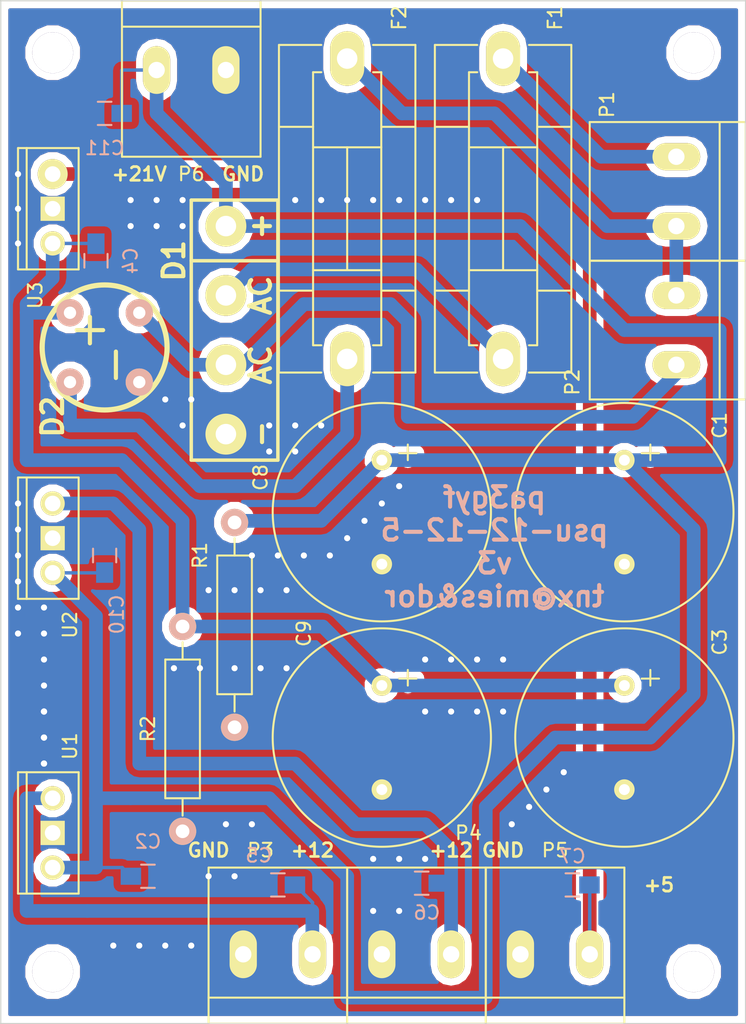
<source format=kicad_pcb>
(kicad_pcb (version 4) (host pcbnew "(after 2015-mar-04 BZR unknown)-product")

  (general
    (links 137)
    (no_connects 0)
    (area 7.481474 8.8445 69.450046 87.25626)
    (thickness 1.6)
    (drawings 13)
    (tracks 108)
    (zones 0)
    (modules 119)
    (nets 12)
  )

  (page A4)
  (layers
    (0 F.Cu signal hide)
    (31 B.Cu signal)
    (32 B.Adhes user)
    (33 F.Adhes user)
    (34 B.Paste user)
    (35 F.Paste user)
    (36 B.SilkS user)
    (37 F.SilkS user)
    (38 B.Mask user)
    (39 F.Mask user)
    (40 Dwgs.User user)
    (41 Cmts.User user)
    (42 Eco1.User user)
    (43 Eco2.User user)
    (44 Edge.Cuts user)
    (45 Margin user)
    (46 B.CrtYd user)
    (47 F.CrtYd user)
    (48 B.Fab user)
    (49 F.Fab user)
  )

  (setup
    (last_trace_width 0.25)
    (user_trace_width 1)
    (user_trace_width 2)
    (trace_clearance 0.2)
    (zone_clearance 0.508)
    (zone_45_only no)
    (trace_min 0.2)
    (segment_width 0.2)
    (edge_width 0.1)
    (via_size 0.6)
    (via_drill 0.4)
    (via_min_size 0.4)
    (via_min_drill 0.3)
    (uvia_size 0.3)
    (uvia_drill 0.1)
    (uvias_allowed no)
    (uvia_min_size 0.2)
    (uvia_min_drill 0.1)
    (pcb_text_width 0.3)
    (pcb_text_size 1.5 1.5)
    (mod_edge_width 0.15)
    (mod_text_size 1 1)
    (mod_text_width 0.15)
    (pad_size 1.99898 3.50012)
    (pad_drill 1.19888)
    (pad_to_mask_clearance 0)
    (aux_axis_origin 0 0)
    (visible_elements FFFFFFFF)
    (pcbplotparams
      (layerselection 0x01050_80000000)
      (usegerberextensions false)
      (excludeedgelayer true)
      (linewidth 0.100000)
      (plotframeref false)
      (viasonmask false)
      (mode 1)
      (useauxorigin false)
      (hpglpennumber 1)
      (hpglpenspeed 20)
      (hpglpendiameter 15)
      (hpglpenoverlay 2)
      (psnegative false)
      (psa4output false)
      (plotreference true)
      (plotvalue false)
      (plotinvisibletext false)
      (padsonsilk false)
      (subtractmaskfromsilk false)
      (outputformat 4)
      (mirror false)
      (drillshape 2)
      (scaleselection 1)
      (outputdirectory pdf/))
  )

  (net 0 "")
  (net 1 GND)
  (net 2 "Net-(C1-Pad1)")
  (net 3 "Net-(C3-Pad1)")
  (net 4 "Net-(C5-Pad1)")
  (net 5 "Net-(C6-Pad1)")
  (net 6 "Net-(C7-Pad1)")
  (net 7 "Net-(D1-Pad2)")
  (net 8 "Net-(D1-Pad4)")
  (net 9 "Net-(D2-Pad4)")
  (net 10 "Net-(F1-Pad1)")
  (net 11 "Net-(F2-Pad1)")

  (net_class Default "This is the default net class."
    (clearance 0.2)
    (trace_width 0.25)
    (via_dia 0.6)
    (via_drill 0.4)
    (uvia_dia 0.3)
    (uvia_drill 0.1)
    (add_net GND)
    (add_net "Net-(C1-Pad1)")
    (add_net "Net-(C3-Pad1)")
    (add_net "Net-(C5-Pad1)")
    (add_net "Net-(C6-Pad1)")
    (add_net "Net-(C7-Pad1)")
    (add_net "Net-(D1-Pad2)")
    (add_net "Net-(D1-Pad4)")
    (add_net "Net-(D2-Pad4)")
    (add_net "Net-(F1-Pad1)")
    (add_net "Net-(F2-Pad1)")
  )

  (module via:via (layer F.Cu) (tedit 58190BAB) (tstamp 581C04D8)
    (at 23.495 26.67)
    (descr "Alternate Via")
    (fp_text reference "" (at 0 0) (layer F.SilkS) hide
      (effects (font (size 1 1) (thickness 0.15)))
    )
    (fp_text value "" (at 0 2.54) (layer F.Fab) hide
      (effects (font (size 1 1) (thickness 0.15)))
    )
    (pad 1 thru_hole circle (at 0 0) (size 0.97 0.97) (drill 0.45) (layers *.Cu *.Mask)
      (net 1 GND) (zone_connect 2))
  )

  (module via:via (layer F.Cu) (tedit 58190BAB) (tstamp 581C04CF)
    (at 23.495 24.765)
    (descr "Alternate Via")
    (fp_text reference "" (at 0 0) (layer F.SilkS) hide
      (effects (font (size 1 1) (thickness 0.15)))
    )
    (fp_text value "" (at 0 2.54) (layer F.Fab) hide
      (effects (font (size 1 1) (thickness 0.15)))
    )
    (pad 1 thru_hole circle (at 0 0) (size 0.97 0.97) (drill 0.45) (layers *.Cu *.Mask)
      (net 1 GND) (zone_connect 2))
  )

  (module via:via (layer F.Cu) (tedit 58190BAB) (tstamp 581C04C2)
    (at 28.575 50.8)
    (descr "Alternate Via")
    (fp_text reference "" (at 0 0) (layer F.SilkS) hide
      (effects (font (size 1 1) (thickness 0.15)))
    )
    (fp_text value "" (at 0 2.54) (layer F.Fab) hide
      (effects (font (size 1 1) (thickness 0.15)))
    )
    (pad 1 thru_hole circle (at 0 0) (size 0.97 0.97) (drill 0.45) (layers *.Cu *.Mask)
      (net 1 GND) (zone_connect 2))
  )

  (module via:via (layer F.Cu) (tedit 58190BAB) (tstamp 581C04B9)
    (at 30.48 50.8)
    (descr "Alternate Via")
    (fp_text reference "" (at 0 0) (layer F.SilkS) hide
      (effects (font (size 1 1) (thickness 0.15)))
    )
    (fp_text value "" (at 0 2.54) (layer F.Fab) hide
      (effects (font (size 1 1) (thickness 0.15)))
    )
    (pad 1 thru_hole circle (at 0 0) (size 0.97 0.97) (drill 0.45) (layers *.Cu *.Mask)
      (net 1 GND) (zone_connect 2))
  )

  (module via:via (layer F.Cu) (tedit 58190BAB) (tstamp 581C04B0)
    (at 32.385 50.8)
    (descr "Alternate Via")
    (fp_text reference "" (at 0 0) (layer F.SilkS) hide
      (effects (font (size 1 1) (thickness 0.15)))
    )
    (fp_text value "" (at 0 2.54) (layer F.Fab) hide
      (effects (font (size 1 1) (thickness 0.15)))
    )
    (pad 1 thru_hole circle (at 0 0) (size 0.97 0.97) (drill 0.45) (layers *.Cu *.Mask)
      (net 1 GND) (zone_connect 2))
  )

  (module via:via (layer F.Cu) (tedit 58190BAB) (tstamp 581C04A7)
    (at 34.29 50.8)
    (descr "Alternate Via")
    (fp_text reference "" (at 0 0) (layer F.SilkS) hide
      (effects (font (size 1 1) (thickness 0.15)))
    )
    (fp_text value "" (at 0 2.54) (layer F.Fab) hide
      (effects (font (size 1 1) (thickness 0.15)))
    )
    (pad 1 thru_hole circle (at 0 0) (size 0.97 0.97) (drill 0.45) (layers *.Cu *.Mask)
      (net 1 GND) (zone_connect 2))
  )

  (module via:via (layer F.Cu) (tedit 58190BAB) (tstamp 581C049E)
    (at 35.56 49.53)
    (descr "Alternate Via")
    (fp_text reference "" (at 0 0) (layer F.SilkS) hide
      (effects (font (size 1 1) (thickness 0.15)))
    )
    (fp_text value "" (at 0 2.54) (layer F.Fab) hide
      (effects (font (size 1 1) (thickness 0.15)))
    )
    (pad 1 thru_hole circle (at 0 0) (size 0.97 0.97) (drill 0.45) (layers *.Cu *.Mask)
      (net 1 GND) (zone_connect 2))
  )

  (module via:via (layer F.Cu) (tedit 58190BAB) (tstamp 581C0495)
    (at 36.83 48.26)
    (descr "Alternate Via")
    (fp_text reference "" (at 0 0) (layer F.SilkS) hide
      (effects (font (size 1 1) (thickness 0.15)))
    )
    (fp_text value "" (at 0 2.54) (layer F.Fab) hide
      (effects (font (size 1 1) (thickness 0.15)))
    )
    (pad 1 thru_hole circle (at 0 0) (size 0.97 0.97) (drill 0.45) (layers *.Cu *.Mask)
      (net 1 GND) (zone_connect 2))
  )

  (module via:via (layer F.Cu) (tedit 58190BAB) (tstamp 581C048C)
    (at 38.1 46.99)
    (descr "Alternate Via")
    (fp_text reference "" (at 0 0) (layer F.SilkS) hide
      (effects (font (size 1 1) (thickness 0.15)))
    )
    (fp_text value "" (at 0 2.54) (layer F.Fab) hide
      (effects (font (size 1 1) (thickness 0.15)))
    )
    (pad 1 thru_hole circle (at 0 0) (size 0.97 0.97) (drill 0.45) (layers *.Cu *.Mask)
      (net 1 GND) (zone_connect 2))
  )

  (module via:via (layer F.Cu) (tedit 58190BAB) (tstamp 581C0483)
    (at 39.37 45.72)
    (descr "Alternate Via")
    (fp_text reference "" (at 0 0) (layer F.SilkS) hide
      (effects (font (size 1 1) (thickness 0.15)))
    )
    (fp_text value "" (at 0 2.54) (layer F.Fab) hide
      (effects (font (size 1 1) (thickness 0.15)))
    )
    (pad 1 thru_hole circle (at 0 0) (size 0.97 0.97) (drill 0.45) (layers *.Cu *.Mask)
      (net 1 GND) (zone_connect 2))
  )

  (module via:via (layer F.Cu) (tedit 58190BAB) (tstamp 581C046D)
    (at 25.4 53.34)
    (descr "Alternate Via")
    (fp_text reference "" (at 0 0) (layer F.SilkS) hide
      (effects (font (size 1 1) (thickness 0.15)))
    )
    (fp_text value "" (at 0 2.54) (layer F.Fab) hide
      (effects (font (size 1 1) (thickness 0.15)))
    )
    (pad 1 thru_hole circle (at 0 0) (size 0.97 0.97) (drill 0.45) (layers *.Cu *.Mask)
      (net 1 GND) (zone_connect 2))
  )

  (module via:via (layer F.Cu) (tedit 58190BAB) (tstamp 581C0464)
    (at 27.305 53.34)
    (descr "Alternate Via")
    (fp_text reference "" (at 0 0) (layer F.SilkS) hide
      (effects (font (size 1 1) (thickness 0.15)))
    )
    (fp_text value "" (at 0 2.54) (layer F.Fab) hide
      (effects (font (size 1 1) (thickness 0.15)))
    )
    (pad 1 thru_hole circle (at 0 0) (size 0.97 0.97) (drill 0.45) (layers *.Cu *.Mask)
      (net 1 GND) (zone_connect 2))
  )

  (module via:via (layer F.Cu) (tedit 58190BAB) (tstamp 581C045B)
    (at 29.21 53.34)
    (descr "Alternate Via")
    (fp_text reference "" (at 0 0) (layer F.SilkS) hide
      (effects (font (size 1 1) (thickness 0.15)))
    )
    (fp_text value "" (at 0 2.54) (layer F.Fab) hide
      (effects (font (size 1 1) (thickness 0.15)))
    )
    (pad 1 thru_hole circle (at 0 0) (size 0.97 0.97) (drill 0.45) (layers *.Cu *.Mask)
      (net 1 GND) (zone_connect 2))
  )

  (module via:via (layer F.Cu) (tedit 58190BAB) (tstamp 581C0452)
    (at 31.115 53.34)
    (descr "Alternate Via")
    (fp_text reference "" (at 0 0) (layer F.SilkS) hide
      (effects (font (size 1 1) (thickness 0.15)))
    )
    (fp_text value "" (at 0 2.54) (layer F.Fab) hide
      (effects (font (size 1 1) (thickness 0.15)))
    )
    (pad 1 thru_hole circle (at 0 0) (size 0.97 0.97) (drill 0.45) (layers *.Cu *.Mask)
      (net 1 GND) (zone_connect 2))
  )

  (module via:via (layer F.Cu) (tedit 58190BAB) (tstamp 581C0444)
    (at 41.275 62.23)
    (descr "Alternate Via")
    (fp_text reference "" (at 0 0) (layer F.SilkS) hide
      (effects (font (size 1 1) (thickness 0.15)))
    )
    (fp_text value "" (at 0 2.54) (layer F.Fab) hide
      (effects (font (size 1 1) (thickness 0.15)))
    )
    (pad 1 thru_hole circle (at 0 0) (size 0.97 0.97) (drill 0.45) (layers *.Cu *.Mask)
      (net 1 GND) (zone_connect 2))
  )

  (module via:via (layer F.Cu) (tedit 58190BAB) (tstamp 581C043B)
    (at 43.18 62.23)
    (descr "Alternate Via")
    (fp_text reference "" (at 0 0) (layer F.SilkS) hide
      (effects (font (size 1 1) (thickness 0.15)))
    )
    (fp_text value "" (at 0 2.54) (layer F.Fab) hide
      (effects (font (size 1 1) (thickness 0.15)))
    )
    (pad 1 thru_hole circle (at 0 0) (size 0.97 0.97) (drill 0.45) (layers *.Cu *.Mask)
      (net 1 GND) (zone_connect 2))
  )

  (module via:via (layer F.Cu) (tedit 58190BAB) (tstamp 581C0432)
    (at 45.085 62.23)
    (descr "Alternate Via")
    (fp_text reference "" (at 0 0) (layer F.SilkS) hide
      (effects (font (size 1 1) (thickness 0.15)))
    )
    (fp_text value "" (at 0 2.54) (layer F.Fab) hide
      (effects (font (size 1 1) (thickness 0.15)))
    )
    (pad 1 thru_hole circle (at 0 0) (size 0.97 0.97) (drill 0.45) (layers *.Cu *.Mask)
      (net 1 GND) (zone_connect 2))
  )

  (module via:via (layer F.Cu) (tedit 58190BAB) (tstamp 581C0429)
    (at 46.99 62.23)
    (descr "Alternate Via")
    (fp_text reference "" (at 0 0) (layer F.SilkS) hide
      (effects (font (size 1 1) (thickness 0.15)))
    )
    (fp_text value "" (at 0 2.54) (layer F.Fab) hide
      (effects (font (size 1 1) (thickness 0.15)))
    )
    (pad 1 thru_hole circle (at 0 0) (size 0.97 0.97) (drill 0.45) (layers *.Cu *.Mask)
      (net 1 GND) (zone_connect 2))
  )

  (module via:via (layer F.Cu) (tedit 58190BAB) (tstamp 581C0420)
    (at 46.99 58.42)
    (descr "Alternate Via")
    (fp_text reference "" (at 0 0) (layer F.SilkS) hide
      (effects (font (size 1 1) (thickness 0.15)))
    )
    (fp_text value "" (at 0 2.54) (layer F.Fab) hide
      (effects (font (size 1 1) (thickness 0.15)))
    )
    (pad 1 thru_hole circle (at 0 0) (size 0.97 0.97) (drill 0.45) (layers *.Cu *.Mask)
      (net 1 GND) (zone_connect 2))
  )

  (module via:via (layer F.Cu) (tedit 58190BAB) (tstamp 581C0417)
    (at 45.085 58.42)
    (descr "Alternate Via")
    (fp_text reference "" (at 0 0) (layer F.SilkS) hide
      (effects (font (size 1 1) (thickness 0.15)))
    )
    (fp_text value "" (at 0 2.54) (layer F.Fab) hide
      (effects (font (size 1 1) (thickness 0.15)))
    )
    (pad 1 thru_hole circle (at 0 0) (size 0.97 0.97) (drill 0.45) (layers *.Cu *.Mask)
      (net 1 GND) (zone_connect 2))
  )

  (module via:via (layer F.Cu) (tedit 58190BAB) (tstamp 581C040E)
    (at 43.18 58.42)
    (descr "Alternate Via")
    (fp_text reference "" (at 0 0) (layer F.SilkS) hide
      (effects (font (size 1 1) (thickness 0.15)))
    )
    (fp_text value "" (at 0 2.54) (layer F.Fab) hide
      (effects (font (size 1 1) (thickness 0.15)))
    )
    (pad 1 thru_hole circle (at 0 0) (size 0.97 0.97) (drill 0.45) (layers *.Cu *.Mask)
      (net 1 GND) (zone_connect 2))
  )

  (module via:via (layer F.Cu) (tedit 58190BAB) (tstamp 581C0405)
    (at 41.275 58.42)
    (descr "Alternate Via")
    (fp_text reference "" (at 0 0) (layer F.SilkS) hide
      (effects (font (size 1 1) (thickness 0.15)))
    )
    (fp_text value "" (at 0 2.54) (layer F.Fab) hide
      (effects (font (size 1 1) (thickness 0.15)))
    )
    (pad 1 thru_hole circle (at 0 0) (size 0.97 0.97) (drill 0.45) (layers *.Cu *.Mask)
      (net 1 GND) (zone_connect 2))
  )

  (module via:via (layer F.Cu) (tedit 58190BAB) (tstamp 581C03EC)
    (at 51.435 66.675)
    (descr "Alternate Via")
    (fp_text reference "" (at 0 0) (layer F.SilkS) hide
      (effects (font (size 1 1) (thickness 0.15)))
    )
    (fp_text value "" (at 0 2.54) (layer F.Fab) hide
      (effects (font (size 1 1) (thickness 0.15)))
    )
    (pad 1 thru_hole circle (at 0 0) (size 0.97 0.97) (drill 0.45) (layers *.Cu *.Mask)
      (net 1 GND) (zone_connect 2))
  )

  (module via:via (layer F.Cu) (tedit 58190BAB) (tstamp 581C03E3)
    (at 50.165 67.945)
    (descr "Alternate Via")
    (fp_text reference "" (at 0 0) (layer F.SilkS) hide
      (effects (font (size 1 1) (thickness 0.15)))
    )
    (fp_text value "" (at 0 2.54) (layer F.Fab) hide
      (effects (font (size 1 1) (thickness 0.15)))
    )
    (pad 1 thru_hole circle (at 0 0) (size 0.97 0.97) (drill 0.45) (layers *.Cu *.Mask)
      (net 1 GND) (zone_connect 2))
  )

  (module via:via (layer F.Cu) (tedit 58190BAB) (tstamp 581C03DA)
    (at 48.895 69.215)
    (descr "Alternate Via")
    (fp_text reference "" (at 0 0) (layer F.SilkS) hide
      (effects (font (size 1 1) (thickness 0.15)))
    )
    (fp_text value "" (at 0 2.54) (layer F.Fab) hide
      (effects (font (size 1 1) (thickness 0.15)))
    )
    (pad 1 thru_hole circle (at 0 0) (size 0.97 0.97) (drill 0.45) (layers *.Cu *.Mask)
      (net 1 GND) (zone_connect 2))
  )

  (module via:via (layer F.Cu) (tedit 58190BAB) (tstamp 581C03D1)
    (at 47.625 70.485)
    (descr "Alternate Via")
    (fp_text reference "" (at 0 0) (layer F.SilkS) hide
      (effects (font (size 1 1) (thickness 0.15)))
    )
    (fp_text value "" (at 0 2.54) (layer F.Fab) hide
      (effects (font (size 1 1) (thickness 0.15)))
    )
    (pad 1 thru_hole circle (at 0 0) (size 0.97 0.97) (drill 0.45) (layers *.Cu *.Mask)
      (net 1 GND) (zone_connect 2))
  )

  (module via:via (layer F.Cu) (tedit 58190BAB) (tstamp 581C03C8)
    (at 39.37 76.835)
    (descr "Alternate Via")
    (fp_text reference "" (at 0 0) (layer F.SilkS) hide
      (effects (font (size 1 1) (thickness 0.15)))
    )
    (fp_text value "" (at 0 2.54) (layer F.Fab) hide
      (effects (font (size 1 1) (thickness 0.15)))
    )
    (pad 1 thru_hole circle (at 0 0) (size 0.97 0.97) (drill 0.45) (layers *.Cu *.Mask)
      (net 1 GND) (zone_connect 2))
  )

  (module via:via (layer F.Cu) (tedit 58190BAB) (tstamp 581C03BF)
    (at 37.465 76.835)
    (descr "Alternate Via")
    (fp_text reference "" (at 0 0) (layer F.SilkS) hide
      (effects (font (size 1 1) (thickness 0.15)))
    )
    (fp_text value "" (at 0 2.54) (layer F.Fab) hide
      (effects (font (size 1 1) (thickness 0.15)))
    )
    (pad 1 thru_hole circle (at 0 0) (size 0.97 0.97) (drill 0.45) (layers *.Cu *.Mask)
      (net 1 GND) (zone_connect 2))
  )

  (module via:via (layer F.Cu) (tedit 58190BAB) (tstamp 581C03A5)
    (at 41.275 73.025)
    (descr "Alternate Via")
    (fp_text reference "" (at 0 0) (layer F.SilkS) hide
      (effects (font (size 1 1) (thickness 0.15)))
    )
    (fp_text value "" (at 0 2.54) (layer F.Fab) hide
      (effects (font (size 1 1) (thickness 0.15)))
    )
    (pad 1 thru_hole circle (at 0 0) (size 0.97 0.97) (drill 0.45) (layers *.Cu *.Mask)
      (net 1 GND) (zone_connect 2))
  )

  (module via:via (layer F.Cu) (tedit 58190BAB) (tstamp 581C039C)
    (at 39.37 73.025)
    (descr "Alternate Via")
    (fp_text reference "" (at 0 0) (layer F.SilkS) hide
      (effects (font (size 1 1) (thickness 0.15)))
    )
    (fp_text value "" (at 0 2.54) (layer F.Fab) hide
      (effects (font (size 1 1) (thickness 0.15)))
    )
    (pad 1 thru_hole circle (at 0 0) (size 0.97 0.97) (drill 0.45) (layers *.Cu *.Mask)
      (net 1 GND) (zone_connect 2))
  )

  (module via:via (layer F.Cu) (tedit 58190BAB) (tstamp 581C0393)
    (at 37.465 73.025)
    (descr "Alternate Via")
    (fp_text reference "" (at 0 0) (layer F.SilkS) hide
      (effects (font (size 1 1) (thickness 0.15)))
    )
    (fp_text value "" (at 0 2.54) (layer F.Fab) hide
      (effects (font (size 1 1) (thickness 0.15)))
    )
    (pad 1 thru_hole circle (at 0 0) (size 0.97 0.97) (drill 0.45) (layers *.Cu *.Mask)
      (net 1 GND) (zone_connect 2))
  )

  (module via:via (layer F.Cu) (tedit 58190BAB) (tstamp 581C0342)
    (at 24.13 79.375)
    (descr "Alternate Via")
    (fp_text reference "" (at 0 0) (layer F.SilkS) hide
      (effects (font (size 1 1) (thickness 0.15)))
    )
    (fp_text value "" (at 0 2.54) (layer F.Fab) hide
      (effects (font (size 1 1) (thickness 0.15)))
    )
    (pad 1 thru_hole circle (at 0 0) (size 0.97 0.97) (drill 0.45) (layers *.Cu *.Mask)
      (net 1 GND) (zone_connect 2))
  )

  (module via:via (layer F.Cu) (tedit 58190BAB) (tstamp 581C0339)
    (at 22.225 79.375)
    (descr "Alternate Via")
    (fp_text reference "" (at 0 0) (layer F.SilkS) hide
      (effects (font (size 1 1) (thickness 0.15)))
    )
    (fp_text value "" (at 0 2.54) (layer F.Fab) hide
      (effects (font (size 1 1) (thickness 0.15)))
    )
    (pad 1 thru_hole circle (at 0 0) (size 0.97 0.97) (drill 0.45) (layers *.Cu *.Mask)
      (net 1 GND) (zone_connect 2))
  )

  (module via:via (layer F.Cu) (tedit 58190BAB) (tstamp 581C0330)
    (at 20.32 79.375)
    (descr "Alternate Via")
    (fp_text reference "" (at 0 0) (layer F.SilkS) hide
      (effects (font (size 1 1) (thickness 0.15)))
    )
    (fp_text value "" (at 0 2.54) (layer F.Fab) hide
      (effects (font (size 1 1) (thickness 0.15)))
    )
    (pad 1 thru_hole circle (at 0 0) (size 0.97 0.97) (drill 0.45) (layers *.Cu *.Mask)
      (net 1 GND) (zone_connect 2))
  )

  (module via:via (layer F.Cu) (tedit 58190BAB) (tstamp 581C0327)
    (at 18.415 79.375)
    (descr "Alternate Via")
    (fp_text reference "" (at 0 0) (layer F.SilkS) hide
      (effects (font (size 1 1) (thickness 0.15)))
    )
    (fp_text value "" (at 0 2.54) (layer F.Fab) hide
      (effects (font (size 1 1) (thickness 0.15)))
    )
    (pad 1 thru_hole circle (at 0 0) (size 0.97 0.97) (drill 0.45) (layers *.Cu *.Mask)
      (net 1 GND) (zone_connect 2))
  )

  (module via:via (layer F.Cu) (tedit 58190BAB) (tstamp 581C031F)
    (at 27.305 74.295)
    (descr "Alternate Via")
    (fp_text reference "" (at 0 0) (layer F.SilkS) hide
      (effects (font (size 1 1) (thickness 0.15)))
    )
    (fp_text value "" (at 0 2.54) (layer F.Fab) hide
      (effects (font (size 1 1) (thickness 0.15)))
    )
    (pad 1 thru_hole circle (at 0 0) (size 0.97 0.97) (drill 0.45) (layers *.Cu *.Mask)
      (net 1 GND) (zone_connect 2))
  )

  (module via:via (layer F.Cu) (tedit 58190BAB) (tstamp 581C0316)
    (at 25.4 74.295)
    (descr "Alternate Via")
    (fp_text reference "" (at 0 0) (layer F.SilkS) hide
      (effects (font (size 1 1) (thickness 0.15)))
    )
    (fp_text value "" (at 0 2.54) (layer F.Fab) hide
      (effects (font (size 1 1) (thickness 0.15)))
    )
    (pad 1 thru_hole circle (at 0 0) (size 0.97 0.97) (drill 0.45) (layers *.Cu *.Mask)
      (net 1 GND) (zone_connect 2))
  )

  (module via:via (layer F.Cu) (tedit 58190BAB) (tstamp 581C02FB)
    (at 28.575 70.485)
    (descr "Alternate Via")
    (fp_text reference "" (at 0 0) (layer F.SilkS) hide
      (effects (font (size 1 1) (thickness 0.15)))
    )
    (fp_text value "" (at 0 2.54) (layer F.Fab) hide
      (effects (font (size 1 1) (thickness 0.15)))
    )
    (pad 1 thru_hole circle (at 0 0) (size 0.97 0.97) (drill 0.45) (layers *.Cu *.Mask)
      (net 1 GND) (zone_connect 2))
  )

  (module via:via (layer F.Cu) (tedit 58190BAB) (tstamp 581C02F2)
    (at 26.67 70.485)
    (descr "Alternate Via")
    (fp_text reference "" (at 0 0) (layer F.SilkS) hide
      (effects (font (size 1 1) (thickness 0.15)))
    )
    (fp_text value "" (at 0 2.54) (layer F.Fab) hide
      (effects (font (size 1 1) (thickness 0.15)))
    )
    (pad 1 thru_hole circle (at 0 0) (size 0.97 0.97) (drill 0.45) (layers *.Cu *.Mask)
      (net 1 GND) (zone_connect 2))
  )

  (module via:via (layer F.Cu) (tedit 58190BAB) (tstamp 581C02E9)
    (at 13.335 62.23)
    (descr "Alternate Via")
    (fp_text reference "" (at 0 0) (layer F.SilkS) hide
      (effects (font (size 1 1) (thickness 0.15)))
    )
    (fp_text value "" (at 0 2.54) (layer F.Fab) hide
      (effects (font (size 1 1) (thickness 0.15)))
    )
    (pad 1 thru_hole circle (at 0 0) (size 0.97 0.97) (drill 0.45) (layers *.Cu *.Mask)
      (net 1 GND) (zone_connect 2))
  )

  (module via:via (layer F.Cu) (tedit 58190BAB) (tstamp 581C02E5)
    (at 13.335 64.135)
    (descr "Alternate Via")
    (fp_text reference "" (at 0 0) (layer F.SilkS) hide
      (effects (font (size 1 1) (thickness 0.15)))
    )
    (fp_text value "" (at 0 2.54) (layer F.Fab) hide
      (effects (font (size 1 1) (thickness 0.15)))
    )
    (pad 1 thru_hole circle (at 0 0) (size 0.97 0.97) (drill 0.45) (layers *.Cu *.Mask)
      (net 1 GND) (zone_connect 2))
  )

  (module via:via (layer F.Cu) (tedit 58190BAB) (tstamp 581C02D9)
    (at 13.335 66.04)
    (descr "Alternate Via")
    (fp_text reference "" (at 0 0) (layer F.SilkS) hide
      (effects (font (size 1 1) (thickness 0.15)))
    )
    (fp_text value "" (at 0 2.54) (layer F.Fab) hide
      (effects (font (size 1 1) (thickness 0.15)))
    )
    (pad 1 thru_hole circle (at 0 0) (size 0.97 0.97) (drill 0.45) (layers *.Cu *.Mask)
      (net 1 GND) (zone_connect 2))
  )

  (module via:via (layer F.Cu) (tedit 58190BAB) (tstamp 581C02D5)
    (at 13.335 66.04)
    (descr "Alternate Via")
    (fp_text reference "" (at 0 0) (layer F.SilkS) hide
      (effects (font (size 1 1) (thickness 0.15)))
    )
    (fp_text value "" (at 0 2.54) (layer F.Fab) hide
      (effects (font (size 1 1) (thickness 0.15)))
    )
    (pad 1 thru_hole circle (at 0 0) (size 0.97 0.97) (drill 0.45) (layers *.Cu *.Mask)
      (net 1 GND) (zone_connect 2))
  )

  (module via:via (layer F.Cu) (tedit 58190BAB) (tstamp 581C02C9)
    (at 13.335 64.135)
    (descr "Alternate Via")
    (fp_text reference "" (at 0 0) (layer F.SilkS) hide
      (effects (font (size 1 1) (thickness 0.15)))
    )
    (fp_text value "" (at 0 2.54) (layer F.Fab) hide
      (effects (font (size 1 1) (thickness 0.15)))
    )
    (pad 1 thru_hole circle (at 0 0) (size 0.97 0.97) (drill 0.45) (layers *.Cu *.Mask)
      (net 1 GND) (zone_connect 2))
  )

  (module via:via (layer F.Cu) (tedit 58190BAB) (tstamp 581C02C5)
    (at 13.335 62.23)
    (descr "Alternate Via")
    (fp_text reference "" (at 0 0) (layer F.SilkS) hide
      (effects (font (size 1 1) (thickness 0.15)))
    )
    (fp_text value "" (at 0 2.54) (layer F.Fab) hide
      (effects (font (size 1 1) (thickness 0.15)))
    )
    (pad 1 thru_hole circle (at 0 0) (size 0.97 0.97) (drill 0.45) (layers *.Cu *.Mask)
      (net 1 GND) (zone_connect 2))
  )

  (module via:via (layer F.Cu) (tedit 58190BAB) (tstamp 581C02B9)
    (at 13.335 62.23)
    (descr "Alternate Via")
    (fp_text reference "" (at 0 0) (layer F.SilkS) hide
      (effects (font (size 1 1) (thickness 0.15)))
    )
    (fp_text value "" (at 0 2.54) (layer F.Fab) hide
      (effects (font (size 1 1) (thickness 0.15)))
    )
    (pad 1 thru_hole circle (at 0 0) (size 0.97 0.97) (drill 0.45) (layers *.Cu *.Mask)
      (net 1 GND) (zone_connect 2))
  )

  (module via:via (layer F.Cu) (tedit 58190BAB) (tstamp 581C02B5)
    (at 13.335 64.135)
    (descr "Alternate Via")
    (fp_text reference "" (at 0 0) (layer F.SilkS) hide
      (effects (font (size 1 1) (thickness 0.15)))
    )
    (fp_text value "" (at 0 2.54) (layer F.Fab) hide
      (effects (font (size 1 1) (thickness 0.15)))
    )
    (pad 1 thru_hole circle (at 0 0) (size 0.97 0.97) (drill 0.45) (layers *.Cu *.Mask)
      (net 1 GND) (zone_connect 2))
  )

  (module via:via (layer F.Cu) (tedit 58190BAB) (tstamp 581C02A9)
    (at 13.335 66.04)
    (descr "Alternate Via")
    (fp_text reference "" (at 0 0) (layer F.SilkS) hide
      (effects (font (size 1 1) (thickness 0.15)))
    )
    (fp_text value "" (at 0 2.54) (layer F.Fab) hide
      (effects (font (size 1 1) (thickness 0.15)))
    )
    (pad 1 thru_hole circle (at 0 0) (size 0.97 0.97) (drill 0.45) (layers *.Cu *.Mask)
      (net 1 GND) (zone_connect 2))
  )

  (module via:via (layer F.Cu) (tedit 58190BAB) (tstamp 581C02A1)
    (at 13.335 66.04)
    (descr "Alternate Via")
    (fp_text reference "" (at 0 0) (layer F.SilkS) hide
      (effects (font (size 1 1) (thickness 0.15)))
    )
    (fp_text value "" (at 0 2.54) (layer F.Fab) hide
      (effects (font (size 1 1) (thickness 0.15)))
    )
    (pad 1 thru_hole circle (at 0 0) (size 0.97 0.97) (drill 0.45) (layers *.Cu *.Mask)
      (net 1 GND) (zone_connect 2))
  )

  (module via:via (layer F.Cu) (tedit 58190BAB) (tstamp 581C0287)
    (at 13.335 64.135)
    (descr "Alternate Via")
    (fp_text reference "" (at 0 0) (layer F.SilkS) hide
      (effects (font (size 1 1) (thickness 0.15)))
    )
    (fp_text value "" (at 0 2.54) (layer F.Fab) hide
      (effects (font (size 1 1) (thickness 0.15)))
    )
    (pad 1 thru_hole circle (at 0 0) (size 0.97 0.97) (drill 0.45) (layers *.Cu *.Mask)
      (net 1 GND) (zone_connect 2))
  )

  (module via:via (layer F.Cu) (tedit 58190BAB) (tstamp 581C027F)
    (at 13.335 62.23)
    (descr "Alternate Via")
    (fp_text reference "" (at 0 0) (layer F.SilkS) hide
      (effects (font (size 1 1) (thickness 0.15)))
    )
    (fp_text value "" (at 0 2.54) (layer F.Fab) hide
      (effects (font (size 1 1) (thickness 0.15)))
    )
    (pad 1 thru_hole circle (at 0 0) (size 0.97 0.97) (drill 0.45) (layers *.Cu *.Mask)
      (net 1 GND) (zone_connect 2))
  )

  (module via:via (layer F.Cu) (tedit 58190BAB) (tstamp 581C0264)
    (at 13.335 60.325)
    (descr "Alternate Via")
    (fp_text reference "" (at 0 0) (layer F.SilkS) hide
      (effects (font (size 1 1) (thickness 0.15)))
    )
    (fp_text value "" (at 0 2.54) (layer F.Fab) hide
      (effects (font (size 1 1) (thickness 0.15)))
    )
    (pad 1 thru_hole circle (at 0 0) (size 0.97 0.97) (drill 0.45) (layers *.Cu *.Mask)
      (net 1 GND) (zone_connect 2))
  )

  (module via:via (layer F.Cu) (tedit 58190BAB) (tstamp 581C025B)
    (at 13.335 58.42)
    (descr "Alternate Via")
    (fp_text reference "" (at 0 0) (layer F.SilkS) hide
      (effects (font (size 1 1) (thickness 0.15)))
    )
    (fp_text value "" (at 0 2.54) (layer F.Fab) hide
      (effects (font (size 1 1) (thickness 0.15)))
    )
    (pad 1 thru_hole circle (at 0 0) (size 0.97 0.97) (drill 0.45) (layers *.Cu *.Mask)
      (net 1 GND) (zone_connect 2))
  )

  (module via:via (layer F.Cu) (tedit 58190BAB) (tstamp 581C0249)
    (at 11.43 56.515)
    (descr "Alternate Via")
    (fp_text reference "" (at 0 0) (layer F.SilkS) hide
      (effects (font (size 1 1) (thickness 0.15)))
    )
    (fp_text value "" (at 0 2.54) (layer F.Fab) hide
      (effects (font (size 1 1) (thickness 0.15)))
    )
    (pad 1 thru_hole circle (at 0 0) (size 0.97 0.97) (drill 0.45) (layers *.Cu *.Mask)
      (net 1 GND) (zone_connect 2))
  )

  (module via:via (layer F.Cu) (tedit 58190BAB) (tstamp 581C0240)
    (at 13.335 56.515)
    (descr "Alternate Via")
    (fp_text reference "" (at 0 0) (layer F.SilkS) hide
      (effects (font (size 1 1) (thickness 0.15)))
    )
    (fp_text value "" (at 0 2.54) (layer F.Fab) hide
      (effects (font (size 1 1) (thickness 0.15)))
    )
    (pad 1 thru_hole circle (at 0 0) (size 0.97 0.97) (drill 0.45) (layers *.Cu *.Mask)
      (net 1 GND) (zone_connect 2))
  )

  (module via:via (layer F.Cu) (tedit 58190BAB) (tstamp 581C0238)
    (at 13.335 54.61)
    (descr "Alternate Via")
    (fp_text reference "" (at 0 0) (layer F.SilkS) hide
      (effects (font (size 1 1) (thickness 0.15)))
    )
    (fp_text value "" (at 0 2.54) (layer F.Fab) hide
      (effects (font (size 1 1) (thickness 0.15)))
    )
    (pad 1 thru_hole circle (at 0 0) (size 0.97 0.97) (drill 0.45) (layers *.Cu *.Mask)
      (net 1 GND) (zone_connect 2))
  )

  (module via:via (layer F.Cu) (tedit 58190BAB) (tstamp 581C022F)
    (at 11.43 54.61)
    (descr "Alternate Via")
    (fp_text reference "" (at 0 0) (layer F.SilkS) hide
      (effects (font (size 1 1) (thickness 0.15)))
    )
    (fp_text value "" (at 0 2.54) (layer F.Fab) hide
      (effects (font (size 1 1) (thickness 0.15)))
    )
    (pad 1 thru_hole circle (at 0 0) (size 0.97 0.97) (drill 0.45) (layers *.Cu *.Mask)
      (net 1 GND) (zone_connect 2))
  )

  (module via:via (layer F.Cu) (tedit 58190BAB) (tstamp 581C0226)
    (at 11.43 52.705)
    (descr "Alternate Via")
    (fp_text reference "" (at 0 0) (layer F.SilkS) hide
      (effects (font (size 1 1) (thickness 0.15)))
    )
    (fp_text value "" (at 0 2.54) (layer F.Fab) hide
      (effects (font (size 1 1) (thickness 0.15)))
    )
    (pad 1 thru_hole circle (at 0 0) (size 0.97 0.97) (drill 0.45) (layers *.Cu *.Mask)
      (net 1 GND) (zone_connect 2))
  )

  (module via:via (layer F.Cu) (tedit 58190BAB) (tstamp 581C021D)
    (at 11.43 50.8)
    (descr "Alternate Via")
    (fp_text reference "" (at 0 0) (layer F.SilkS) hide
      (effects (font (size 1 1) (thickness 0.15)))
    )
    (fp_text value "" (at 0 2.54) (layer F.Fab) hide
      (effects (font (size 1 1) (thickness 0.15)))
    )
    (pad 1 thru_hole circle (at 0 0) (size 0.97 0.97) (drill 0.45) (layers *.Cu *.Mask)
      (net 1 GND) (zone_connect 2))
  )

  (module via:via (layer F.Cu) (tedit 58190BAB) (tstamp 581C0214)
    (at 11.43 48.895)
    (descr "Alternate Via")
    (fp_text reference "" (at 0 0) (layer F.SilkS) hide
      (effects (font (size 1 1) (thickness 0.15)))
    )
    (fp_text value "" (at 0 2.54) (layer F.Fab) hide
      (effects (font (size 1 1) (thickness 0.15)))
    )
    (pad 1 thru_hole circle (at 0 0) (size 0.97 0.97) (drill 0.45) (layers *.Cu *.Mask)
      (net 1 GND) (zone_connect 2))
  )

  (module via:via (layer F.Cu) (tedit 58190BAB) (tstamp 581C020B)
    (at 11.43 46.99)
    (descr "Alternate Via")
    (fp_text reference "" (at 0 0) (layer F.SilkS) hide
      (effects (font (size 1 1) (thickness 0.15)))
    )
    (fp_text value "" (at 0 2.54) (layer F.Fab) hide
      (effects (font (size 1 1) (thickness 0.15)))
    )
    (pad 1 thru_hole circle (at 0 0) (size 0.97 0.97) (drill 0.45) (layers *.Cu *.Mask)
      (net 1 GND) (zone_connect 2))
  )

  (module via:via (layer F.Cu) (tedit 58190BAB) (tstamp 581C0202)
    (at 24.765 59.055)
    (descr "Alternate Via")
    (fp_text reference "" (at 0 0) (layer F.SilkS) hide
      (effects (font (size 1 1) (thickness 0.15)))
    )
    (fp_text value "" (at 0 2.54) (layer F.Fab) hide
      (effects (font (size 1 1) (thickness 0.15)))
    )
    (pad 1 thru_hole circle (at 0 0) (size 0.97 0.97) (drill 0.45) (layers *.Cu *.Mask)
      (net 1 GND) (zone_connect 2))
  )

  (module via:via (layer F.Cu) (tedit 58190BAB) (tstamp 581C01F0)
    (at 31.115 59.055)
    (descr "Alternate Via")
    (fp_text reference "" (at 0 0) (layer F.SilkS) hide
      (effects (font (size 1 1) (thickness 0.15)))
    )
    (fp_text value "" (at 0 2.54) (layer F.Fab) hide
      (effects (font (size 1 1) (thickness 0.15)))
    )
    (pad 1 thru_hole circle (at 0 0) (size 0.97 0.97) (drill 0.45) (layers *.Cu *.Mask)
      (net 1 GND) (zone_connect 2))
  )

  (module via:via (layer F.Cu) (tedit 58190BAB) (tstamp 581C01C4)
    (at 22.86 59.055)
    (descr "Alternate Via")
    (fp_text reference "" (at 0 0) (layer F.SilkS) hide
      (effects (font (size 1 1) (thickness 0.15)))
    )
    (fp_text value "" (at 0 2.54) (layer F.Fab) hide
      (effects (font (size 1 1) (thickness 0.15)))
    )
    (pad 1 thru_hole circle (at 0 0) (size 0.97 0.97) (drill 0.45) (layers *.Cu *.Mask)
      (net 1 GND) (zone_connect 2))
  )

  (module via:via (layer F.Cu) (tedit 58190BAB) (tstamp 581C01BC)
    (at 29.21 59.055)
    (descr "Alternate Via")
    (fp_text reference "" (at 0 0) (layer F.SilkS) hide
      (effects (font (size 1 1) (thickness 0.15)))
    )
    (fp_text value "" (at 0 2.54) (layer F.Fab) hide
      (effects (font (size 1 1) (thickness 0.15)))
    )
    (pad 1 thru_hole circle (at 0 0) (size 0.97 0.97) (drill 0.45) (layers *.Cu *.Mask)
      (net 1 GND) (zone_connect 2))
  )

  (module via:via (layer F.Cu) (tedit 58190BAB) (tstamp 581C01B3)
    (at 27.305 59.055)
    (descr "Alternate Via")
    (fp_text reference "" (at 0 0) (layer F.SilkS) hide
      (effects (font (size 1 1) (thickness 0.15)))
    )
    (fp_text value "" (at 0 2.54) (layer F.Fab) hide
      (effects (font (size 1 1) (thickness 0.15)))
    )
    (pad 1 thru_hole circle (at 0 0) (size 0.97 0.97) (drill 0.45) (layers *.Cu *.Mask)
      (net 1 GND) (zone_connect 2))
  )

  (module via:via (layer F.Cu) (tedit 58190BAB) (tstamp 581C01AA)
    (at 23.495 41.275)
    (descr "Alternate Via")
    (fp_text reference "" (at 0 0) (layer F.SilkS) hide
      (effects (font (size 1 1) (thickness 0.15)))
    )
    (fp_text value "" (at 0 2.54) (layer F.Fab) hide
      (effects (font (size 1 1) (thickness 0.15)))
    )
    (pad 1 thru_hole circle (at 0 0) (size 0.97 0.97) (drill 0.45) (layers *.Cu *.Mask)
      (net 1 GND) (zone_connect 2))
  )

  (module via:via (layer F.Cu) (tedit 58190BAB) (tstamp 581C01A1)
    (at 22.225 39.37)
    (descr "Alternate Via")
    (fp_text reference "" (at 0 0) (layer F.SilkS) hide
      (effects (font (size 1 1) (thickness 0.15)))
    )
    (fp_text value "" (at 0 2.54) (layer F.Fab) hide
      (effects (font (size 1 1) (thickness 0.15)))
    )
    (pad 1 thru_hole circle (at 0 0) (size 0.97 0.97) (drill 0.45) (layers *.Cu *.Mask)
      (net 1 GND) (zone_connect 2))
  )

  (module via:via (layer F.Cu) (tedit 58190BAB) (tstamp 581C0198)
    (at 24.13 39.37)
    (descr "Alternate Via")
    (fp_text reference "" (at 0 0) (layer F.SilkS) hide
      (effects (font (size 1 1) (thickness 0.15)))
    )
    (fp_text value "" (at 0 2.54) (layer F.Fab) hide
      (effects (font (size 1 1) (thickness 0.15)))
    )
    (pad 1 thru_hole circle (at 0 0) (size 0.97 0.97) (drill 0.45) (layers *.Cu *.Mask)
      (net 1 GND) (zone_connect 2))
  )

  (module via:via (layer F.Cu) (tedit 58190BAB) (tstamp 581C018F)
    (at 45.085 24.765)
    (descr "Alternate Via")
    (fp_text reference "" (at 0 0) (layer F.SilkS) hide
      (effects (font (size 1 1) (thickness 0.15)))
    )
    (fp_text value "" (at 0 2.54) (layer F.Fab) hide
      (effects (font (size 1 1) (thickness 0.15)))
    )
    (pad 1 thru_hole circle (at 0 0) (size 0.97 0.97) (drill 0.45) (layers *.Cu *.Mask)
      (net 1 GND) (zone_connect 2))
  )

  (module via:via (layer F.Cu) (tedit 58190BAB) (tstamp 581C0186)
    (at 43.18 24.765)
    (descr "Alternate Via")
    (fp_text reference "" (at 0 0) (layer F.SilkS) hide
      (effects (font (size 1 1) (thickness 0.15)))
    )
    (fp_text value "" (at 0 2.54) (layer F.Fab) hide
      (effects (font (size 1 1) (thickness 0.15)))
    )
    (pad 1 thru_hole circle (at 0 0) (size 0.97 0.97) (drill 0.45) (layers *.Cu *.Mask)
      (net 1 GND) (zone_connect 2))
  )

  (module via:via (layer F.Cu) (tedit 58190BAB) (tstamp 581C017D)
    (at 41.275 24.765)
    (descr "Alternate Via")
    (fp_text reference "" (at 0 0) (layer F.SilkS) hide
      (effects (font (size 1 1) (thickness 0.15)))
    )
    (fp_text value "" (at 0 2.54) (layer F.Fab) hide
      (effects (font (size 1 1) (thickness 0.15)))
    )
    (pad 1 thru_hole circle (at 0 0) (size 0.97 0.97) (drill 0.45) (layers *.Cu *.Mask)
      (net 1 GND) (zone_connect 2))
  )

  (module via:via (layer F.Cu) (tedit 58190BAB) (tstamp 581C0174)
    (at 39.37 24.765)
    (descr "Alternate Via")
    (fp_text reference "" (at 0 0) (layer F.SilkS) hide
      (effects (font (size 1 1) (thickness 0.15)))
    )
    (fp_text value "" (at 0 2.54) (layer F.Fab) hide
      (effects (font (size 1 1) (thickness 0.15)))
    )
    (pad 1 thru_hole circle (at 0 0) (size 0.97 0.97) (drill 0.45) (layers *.Cu *.Mask)
      (net 1 GND) (zone_connect 2))
  )

  (module via:via (layer F.Cu) (tedit 58190BAB) (tstamp 581C016B)
    (at 37.465 24.765)
    (descr "Alternate Via")
    (fp_text reference "" (at 0 0) (layer F.SilkS) hide
      (effects (font (size 1 1) (thickness 0.15)))
    )
    (fp_text value "" (at 0 2.54) (layer F.Fab) hide
      (effects (font (size 1 1) (thickness 0.15)))
    )
    (pad 1 thru_hole circle (at 0 0) (size 0.97 0.97) (drill 0.45) (layers *.Cu *.Mask)
      (net 1 GND) (zone_connect 2))
  )

  (module via:via (layer F.Cu) (tedit 58190BAB) (tstamp 581C0162)
    (at 35.56 24.765)
    (descr "Alternate Via")
    (fp_text reference "" (at 0 0) (layer F.SilkS) hide
      (effects (font (size 1 1) (thickness 0.15)))
    )
    (fp_text value "" (at 0 2.54) (layer F.Fab) hide
      (effects (font (size 1 1) (thickness 0.15)))
    )
    (pad 1 thru_hole circle (at 0 0) (size 0.97 0.97) (drill 0.45) (layers *.Cu *.Mask)
      (net 1 GND) (zone_connect 2))
  )

  (module via:via (layer F.Cu) (tedit 58190BAB) (tstamp 581C0159)
    (at 33.655 24.765)
    (descr "Alternate Via")
    (fp_text reference "" (at 0 0) (layer F.SilkS) hide
      (effects (font (size 1 1) (thickness 0.15)))
    )
    (fp_text value "" (at 0 2.54) (layer F.Fab) hide
      (effects (font (size 1 1) (thickness 0.15)))
    )
    (pad 1 thru_hole circle (at 0 0) (size 0.97 0.97) (drill 0.45) (layers *.Cu *.Mask)
      (net 1 GND) (zone_connect 2))
  )

  (module via:via (layer F.Cu) (tedit 58190BAB) (tstamp 581C0150)
    (at 31.75 24.765)
    (descr "Alternate Via")
    (fp_text reference "" (at 0 0) (layer F.SilkS) hide
      (effects (font (size 1 1) (thickness 0.15)))
    )
    (fp_text value "" (at 0 2.54) (layer F.Fab) hide
      (effects (font (size 1 1) (thickness 0.15)))
    )
    (pad 1 thru_hole circle (at 0 0) (size 0.97 0.97) (drill 0.45) (layers *.Cu *.Mask)
      (net 1 GND) (zone_connect 2))
  )

  (module via:via (layer F.Cu) (tedit 58190BAB) (tstamp 581C0147)
    (at 11.43 27.94)
    (descr "Alternate Via")
    (fp_text reference "" (at 0 0) (layer F.SilkS) hide
      (effects (font (size 1 1) (thickness 0.15)))
    )
    (fp_text value "" (at 0 2.54) (layer F.Fab) hide
      (effects (font (size 1 1) (thickness 0.15)))
    )
    (pad 1 thru_hole circle (at 0 0) (size 0.97 0.97) (drill 0.45) (layers *.Cu *.Mask)
      (net 1 GND) (zone_connect 2))
  )

  (module via:via (layer F.Cu) (tedit 58190BAB) (tstamp 581C013F)
    (at 11.43 22.86)
    (descr "Alternate Via")
    (fp_text reference "" (at 0 0) (layer F.SilkS) hide
      (effects (font (size 1 1) (thickness 0.15)))
    )
    (fp_text value "" (at 0 2.54) (layer F.Fab) hide
      (effects (font (size 1 1) (thickness 0.15)))
    )
    (pad 1 thru_hole circle (at 0 0) (size 0.97 0.97) (drill 0.45) (layers *.Cu *.Mask)
      (net 1 GND) (zone_connect 2))
  )

  (module via:via (layer F.Cu) (tedit 58190BAB) (tstamp 581C0136)
    (at 11.43 25.4)
    (descr "Alternate Via")
    (fp_text reference "" (at 0 0) (layer F.SilkS) hide
      (effects (font (size 1 1) (thickness 0.15)))
    )
    (fp_text value "" (at 0 2.54) (layer F.Fab) hide
      (effects (font (size 1 1) (thickness 0.15)))
    )
    (pad 1 thru_hole circle (at 0 0) (size 0.97 0.97) (drill 0.45) (layers *.Cu *.Mask)
      (net 1 GND) (zone_connect 2))
  )

  (module via:via (layer F.Cu) (tedit 58190BAB) (tstamp 581C012D)
    (at 19.685 26.67)
    (descr "Alternate Via")
    (fp_text reference "" (at 0 0) (layer F.SilkS) hide
      (effects (font (size 1 1) (thickness 0.15)))
    )
    (fp_text value "" (at 0 2.54) (layer F.Fab) hide
      (effects (font (size 1 1) (thickness 0.15)))
    )
    (pad 1 thru_hole circle (at 0 0) (size 0.97 0.97) (drill 0.45) (layers *.Cu *.Mask)
      (net 1 GND) (zone_connect 2))
  )

  (module via:via (layer F.Cu) (tedit 58190BAB) (tstamp 581C0124)
    (at 21.59 26.67)
    (descr "Alternate Via")
    (fp_text reference "" (at 0 0) (layer F.SilkS) hide
      (effects (font (size 1 1) (thickness 0.15)))
    )
    (fp_text value "" (at 0 2.54) (layer F.Fab) hide
      (effects (font (size 1 1) (thickness 0.15)))
    )
    (pad 1 thru_hole circle (at 0 0) (size 0.97 0.97) (drill 0.45) (layers *.Cu *.Mask)
      (net 1 GND) (zone_connect 2))
  )

  (module via:via (layer F.Cu) (tedit 58190BAB) (tstamp 581C011B)
    (at 21.59 24.765)
    (descr "Alternate Via")
    (fp_text reference "" (at 0 0) (layer F.SilkS) hide
      (effects (font (size 1 1) (thickness 0.15)))
    )
    (fp_text value "" (at 0 2.54) (layer F.Fab) hide
      (effects (font (size 1 1) (thickness 0.15)))
    )
    (pad 1 thru_hole circle (at 0 0) (size 0.97 0.97) (drill 0.45) (layers *.Cu *.Mask)
      (net 1 GND) (zone_connect 2))
  )

  (module via:via (layer F.Cu) (tedit 58190BAB) (tstamp 581C0112)
    (at 19.685 24.765)
    (descr "Alternate Via")
    (fp_text reference "" (at 0 0) (layer F.SilkS) hide
      (effects (font (size 1 1) (thickness 0.15)))
    )
    (fp_text value "" (at 0 2.54) (layer F.Fab) hide
      (effects (font (size 1 1) (thickness 0.15)))
    )
    (pad 1 thru_hole circle (at 0 0) (size 0.97 0.97) (drill 0.45) (layers *.Cu *.Mask)
      (net 1 GND) (zone_connect 2))
  )

  (module via:via (layer F.Cu) (tedit 58190BAB) (tstamp 581C0107)
    (at 29.845 43.18)
    (descr "Alternate Via")
    (fp_text reference "" (at 0 0) (layer F.SilkS) hide
      (effects (font (size 1 1) (thickness 0.15)))
    )
    (fp_text value "" (at 0 2.54) (layer F.Fab) hide
      (effects (font (size 1 1) (thickness 0.15)))
    )
    (pad 1 thru_hole circle (at 0 0) (size 0.97 0.97) (drill 0.45) (layers *.Cu *.Mask)
      (net 1 GND) (zone_connect 2))
  )

  (module via:via (layer F.Cu) (tedit 58190BAB) (tstamp 581C00FE)
    (at 29.845 41.275)
    (descr "Alternate Via")
    (fp_text reference "" (at 0 0) (layer F.SilkS) hide
      (effects (font (size 1 1) (thickness 0.15)))
    )
    (fp_text value "" (at 0 2.54) (layer F.Fab) hide
      (effects (font (size 1 1) (thickness 0.15)))
    )
    (pad 1 thru_hole circle (at 0 0) (size 0.97 0.97) (drill 0.45) (layers *.Cu *.Mask)
      (net 1 GND) (zone_connect 2))
  )

  (module via:via (layer F.Cu) (tedit 58190BAB) (tstamp 581C00E7)
    (at 33.655 41.275)
    (descr "Alternate Via")
    (fp_text reference "" (at 0 0) (layer F.SilkS) hide
      (effects (font (size 1 1) (thickness 0.15)))
    )
    (fp_text value "" (at 0 2.54) (layer F.Fab) hide
      (effects (font (size 1 1) (thickness 0.15)))
    )
    (pad 1 thru_hole circle (at 0 0) (size 0.97 0.97) (drill 0.45) (layers *.Cu *.Mask)
      (net 1 GND) (zone_connect 2))
  )

  (module via:via (layer F.Cu) (tedit 58190BAB) (tstamp 581C00C7)
    (at 31.75 41.275)
    (descr "Alternate Via")
    (fp_text reference "" (at 0 0) (layer F.SilkS) hide
      (effects (font (size 1 1) (thickness 0.15)))
    )
    (fp_text value "" (at 0 2.54) (layer F.Fab) hide
      (effects (font (size 1 1) (thickness 0.15)))
    )
    (pad 1 thru_hole circle (at 0 0) (size 0.97 0.97) (drill 0.45) (layers *.Cu *.Mask)
      (net 1 GND) (zone_connect 2))
  )

  (module via:via (layer F.Cu) (tedit 58190BAB) (tstamp 581C0093)
    (at 31.75 43.18)
    (descr "Alternate Via")
    (fp_text reference "" (at 0 0) (layer F.SilkS) hide
      (effects (font (size 1 1) (thickness 0.15)))
    )
    (fp_text value "" (at 0 2.54) (layer F.Fab) hide
      (effects (font (size 1 1) (thickness 0.15)))
    )
    (pad 1 thru_hole circle (at 0 0) (size 0.97 0.97) (drill 0.45) (layers *.Cu *.Mask)
      (net 1 GND) (zone_connect 2))
  )

  (module Mounting_Holes:MountingHole_3mm (layer F.Cu) (tedit 5808D2A2) (tstamp 58088EA5)
    (at 60.96 81.28)
    (descr "Mounting hole, Befestigungsbohrung, 3mm, No Annular, Kein Restring,")
    (tags "Mounting hole, Befestigungsbohrung, 3mm, No Annular, Kein Restring,")
    (fp_text reference REF** (at 0 -4.0005) (layer F.SilkS) hide
      (effects (font (size 1 1) (thickness 0.15)))
    )
    (fp_text value MountingHole_3mm (at 1.00076 5.00126) (layer F.Fab) hide
      (effects (font (size 1 1) (thickness 0.15)))
    )
    (fp_circle (center 0 0) (end 2.99974 0) (layer Cmts.User) (width 0.381))
    (pad 1 thru_hole circle (at 0 0) (size 2.99974 2.99974) (drill 2.99974) (layers))
  )

  (module Mounting_Holes:MountingHole_3mm (layer F.Cu) (tedit 5808D29A) (tstamp 58088E9A)
    (at 13.97 81.28)
    (descr "Mounting hole, Befestigungsbohrung, 3mm, No Annular, Kein Restring,")
    (tags "Mounting hole, Befestigungsbohrung, 3mm, No Annular, Kein Restring,")
    (fp_text reference REF** (at 0 -4.0005) (layer F.SilkS) hide
      (effects (font (size 1 1) (thickness 0.15)))
    )
    (fp_text value MountingHole_3mm (at 1.00076 5.00126) (layer F.Fab) hide
      (effects (font (size 1 1) (thickness 0.15)))
    )
    (fp_circle (center 0 0) (end 2.99974 0) (layer Cmts.User) (width 0.381))
    (pad 1 thru_hole circle (at 0 0) (size 2.99974 2.99974) (drill 2.99974) (layers))
  )

  (module Mounting_Holes:MountingHole_3mm (layer F.Cu) (tedit 5808DA79) (tstamp 58088E8F)
    (at 13.97 13.97)
    (descr "Mounting hole, Befestigungsbohrung, 3mm, No Annular, Kein Restring,")
    (tags "Mounting hole, Befestigungsbohrung, 3mm, No Annular, Kein Restring,")
    (fp_text reference REF** (at 0 -4.0005) (layer F.SilkS) hide
      (effects (font (size 1 1) (thickness 0.15)))
    )
    (fp_text value "" (at 1.00076 5.00126) (layer F.Fab) hide
      (effects (font (size 1 1) (thickness 0.15)))
    )
    (fp_circle (center 0 0) (end 2.99974 0) (layer Cmts.User) (width 0.381))
    (pad 1 thru_hole circle (at 0 0) (size 2.99974 2.99974) (drill 2.99974) (layers))
  )

  (module Discret:LM78XXV (layer F.Cu) (tedit 5819179F) (tstamp 5807AAA5)
    (at 13.97 71.12 180)
    (descr "Regulateur TO220 serie LM78xx")
    (tags "TR TO220")
    (path /5807A919)
    (fp_text reference U1 (at -1.27 6.35 270) (layer F.SilkS)
      (effects (font (size 1 1) (thickness 0.15)))
    )
    (fp_text value LM7812 (at -3.175 -0.635 270) (layer F.Fab)
      (effects (font (size 1 1) (thickness 0.15)))
    )
    (fp_line (start 1.905 -4.445) (end 2.54 -4.445) (layer F.SilkS) (width 0.15))
    (fp_line (start 2.54 -4.445) (end 2.54 4.445) (layer F.SilkS) (width 0.15))
    (fp_line (start 2.54 4.445) (end 1.905 4.445) (layer F.SilkS) (width 0.15))
    (fp_line (start -1.905 -4.445) (end 1.905 -4.445) (layer F.SilkS) (width 0.15))
    (fp_line (start 1.905 -4.445) (end 1.905 4.445) (layer F.SilkS) (width 0.15))
    (fp_line (start 1.905 4.445) (end -1.905 4.445) (layer F.SilkS) (width 0.15))
    (fp_line (start -1.905 4.445) (end -1.905 -4.445) (layer F.SilkS) (width 0.15))
    (pad VI thru_hole circle (at 0 -2.54 180) (size 1.778 1.778) (drill 1.143) (layers *.Cu *.Mask F.SilkS)
      (net 2 "Net-(C1-Pad1)"))
    (pad GND thru_hole rect (at 0 0 180) (size 1.778 1.778) (drill 1.143) (layers *.Cu *.Mask F.SilkS)
      (net 1 GND))
    (pad VO thru_hole circle (at 0 2.54 180) (size 1.778 1.778) (drill 1.143) (layers *.Cu *.Mask F.SilkS)
      (net 4 "Net-(C5-Pad1)"))
  )

  (module Discret:LM78XXV (layer F.Cu) (tedit 581917A8) (tstamp 5807AAAC)
    (at 13.97 49.53 180)
    (descr "Regulateur TO220 serie LM78xx")
    (tags "TR TO220")
    (path /5807A9B1)
    (fp_text reference U2 (at -1.27 -6.35 270) (layer F.SilkS)
      (effects (font (size 1 1) (thickness 0.15)))
    )
    (fp_text value LM7812 (at -3.175 -0.635 270) (layer F.Fab)
      (effects (font (size 1 1) (thickness 0.15)))
    )
    (fp_line (start 1.905 -4.445) (end 2.54 -4.445) (layer F.SilkS) (width 0.15))
    (fp_line (start 2.54 -4.445) (end 2.54 4.445) (layer F.SilkS) (width 0.15))
    (fp_line (start 2.54 4.445) (end 1.905 4.445) (layer F.SilkS) (width 0.15))
    (fp_line (start -1.905 -4.445) (end 1.905 -4.445) (layer F.SilkS) (width 0.15))
    (fp_line (start 1.905 -4.445) (end 1.905 4.445) (layer F.SilkS) (width 0.15))
    (fp_line (start 1.905 4.445) (end -1.905 4.445) (layer F.SilkS) (width 0.15))
    (fp_line (start -1.905 4.445) (end -1.905 -4.445) (layer F.SilkS) (width 0.15))
    (pad VI thru_hole circle (at 0 -2.54 180) (size 1.778 1.778) (drill 1.143) (layers *.Cu *.Mask F.SilkS)
      (net 2 "Net-(C1-Pad1)"))
    (pad GND thru_hole rect (at 0 0 180) (size 1.778 1.778) (drill 1.143) (layers *.Cu *.Mask F.SilkS)
      (net 1 GND))
    (pad VO thru_hole circle (at 0 2.54 180) (size 1.778 1.778) (drill 1.143) (layers *.Cu *.Mask F.SilkS)
      (net 5 "Net-(C6-Pad1)"))
  )

  (module Discret:LM78XXV (layer F.Cu) (tedit 58192970) (tstamp 5807AAB3)
    (at 13.97 25.4 180)
    (descr "Regulateur TO220 serie LM78xx")
    (tags "TR TO220")
    (path /5807A34A)
    (fp_text reference U3 (at 1.27 -6.35 270) (layer F.SilkS)
      (effects (font (size 1 1) (thickness 0.15)))
    )
    (fp_text value 7805 (at -3.175 -0.635 270) (layer F.Fab)
      (effects (font (size 1 1) (thickness 0.15)))
    )
    (fp_line (start 1.905 -4.445) (end 2.54 -4.445) (layer F.SilkS) (width 0.15))
    (fp_line (start 2.54 -4.445) (end 2.54 4.445) (layer F.SilkS) (width 0.15))
    (fp_line (start 2.54 4.445) (end 1.905 4.445) (layer F.SilkS) (width 0.15))
    (fp_line (start -1.905 -4.445) (end 1.905 -4.445) (layer F.SilkS) (width 0.15))
    (fp_line (start 1.905 -4.445) (end 1.905 4.445) (layer F.SilkS) (width 0.15))
    (fp_line (start 1.905 4.445) (end -1.905 4.445) (layer F.SilkS) (width 0.15))
    (fp_line (start -1.905 4.445) (end -1.905 -4.445) (layer F.SilkS) (width 0.15))
    (pad VI thru_hole circle (at 0 -2.54 180) (size 1.778 1.778) (drill 1.143) (layers *.Cu *.Mask F.SilkS)
      (net 3 "Net-(C3-Pad1)"))
    (pad GND thru_hole rect (at 0 0 180) (size 1.778 1.778) (drill 1.143) (layers *.Cu *.Mask F.SilkS)
      (net 1 GND))
    (pad VO thru_hole circle (at 0 2.54 180) (size 2.2 2.2) (drill 1.143) (layers *.Cu *.Mask F.SilkS)
      (net 6 "Net-(C7-Pad1)"))
  )

  (module Mounting_Holes:MountingHole_3mm (layer F.Cu) (tedit 5808DA68) (tstamp 58088E81)
    (at 60.96 13.97)
    (descr "Mounting hole, Befestigungsbohrung, 3mm, No Annular, Kein Restring,")
    (tags "Mounting hole, Befestigungsbohrung, 3mm, No Annular, Kein Restring,")
    (fp_text reference REF** (at 0 -4.0005) (layer F.SilkS) hide
      (effects (font (size 1 1) (thickness 0.15)))
    )
    (fp_text value "" (at 1.00076 5.00126) (layer F.Fab) hide
      (effects (font (size 1 1) (thickness 0.15)))
    )
    (fp_circle (center 0 0) (end 2.99974 0) (layer Cmts.User) (width 0.381))
    (pad 1 thru_hole circle (at 0 0) (size 2.99974 2.99974) (drill 2.99974) (layers))
  )

  (module Fuse_Holders_and_Fuses:Fuseholder5x20_horiz_SemiClosed_Casing10x25mm (layer F.Cu) (tedit 5808DA4B) (tstamp 5808940A)
    (at 46.99 25.4 270)
    (descr "Fuseholder, 5x20, Semi closed, horizontal, Casing 10x25mm,")
    (tags "Fuseholder, 5x20, Semi closed, horizontal, Casing 10x25mm, Sicherungshalter, halbgeschlossen,")
    (path /58078305)
    (fp_text reference F1 (at -13.97 -3.81 270) (layer F.SilkS)
      (effects (font (size 1 1) (thickness 0.15)))
    )
    (fp_text value F_Small (at 3.81 -3.81 270) (layer F.Fab)
      (effects (font (size 1 1) (thickness 0.15)))
    )
    (fp_line (start -5.99948 -2.49936) (end -5.99948 -5.00126) (layer F.SilkS) (width 0.15))
    (fp_line (start -5.99948 5.00126) (end -5.99948 2.49936) (layer F.SilkS) (width 0.15))
    (fp_line (start 5.99948 5.00126) (end 5.99948 2.49936) (layer F.SilkS) (width 0.15))
    (fp_line (start 5.99948 -5.00126) (end 5.99948 -2.49936) (layer F.SilkS) (width 0.15))
    (fp_line (start -4.50088 0) (end 4.50088 0) (layer F.SilkS) (width 0.15))
    (fp_line (start -4.50088 -2.49936) (end -4.50088 2.49936) (layer F.SilkS) (width 0.15))
    (fp_line (start 4.50088 -2.49936) (end 4.50088 2.49936) (layer F.SilkS) (width 0.15))
    (fp_line (start 9.99998 -1.89992) (end 9.99998 -2.49936) (layer F.SilkS) (width 0.15))
    (fp_line (start -9.99998 1.89992) (end -9.99998 2.49936) (layer F.SilkS) (width 0.15))
    (fp_line (start -9.99998 2.49936) (end 9.99998 2.49936) (layer F.SilkS) (width 0.15))
    (fp_line (start 9.99998 2.49936) (end 9.99998 1.89992) (layer F.SilkS) (width 0.15))
    (fp_line (start 9.99998 -2.49936) (end -9.99998 -2.49936) (layer F.SilkS) (width 0.15))
    (fp_line (start -9.99998 -2.49936) (end -9.99998 -1.89992) (layer F.SilkS) (width 0.15))
    (fp_line (start 11.99896 -1.89992) (end 11.99896 -5.00126) (layer F.SilkS) (width 0.15))
    (fp_line (start -11.99896 1.89992) (end -11.99896 5.00126) (layer F.SilkS) (width 0.15))
    (fp_line (start -11.99896 5.00126) (end 11.99896 5.00126) (layer F.SilkS) (width 0.15))
    (fp_line (start 11.99896 5.00126) (end 11.99896 1.89992) (layer F.SilkS) (width 0.15))
    (fp_line (start 11.99896 -5.00126) (end -11.99896 -5.00126) (layer F.SilkS) (width 0.15))
    (fp_line (start -11.99896 -5.00126) (end -11.99896 -1.89992) (layer F.SilkS) (width 0.15))
    (pad 2 thru_hole oval (at 11.00074 0 180) (size 2.49936 4.0005) (drill 1.50114) (layers *.Cu *.Mask F.SilkS)
      (net 8 "Net-(D1-Pad4)"))
    (pad 1 thru_hole oval (at -11.00074 0 180) (size 2.49936 4.0005) (drill 1.50114) (layers *.Cu *.Mask F.SilkS)
      (net 10 "Net-(F1-Pad1)"))
  )

  (module Fuse_Holders_and_Fuses:Fuseholder5x20_horiz_SemiClosed_Casing10x25mm (layer F.Cu) (tedit 5808DA3C) (tstamp 58089410)
    (at 35.56 25.4 270)
    (descr "Fuseholder, 5x20, Semi closed, horizontal, Casing 10x25mm,")
    (tags "Fuseholder, 5x20, Semi closed, horizontal, Casing 10x25mm, Sicherungshalter, halbgeschlossen,")
    (path /580783C8)
    (fp_text reference F2 (at -13.97 -3.81 270) (layer F.SilkS)
      (effects (font (size 1 1) (thickness 0.15)))
    )
    (fp_text value F_Small (at 3.81 -3.81 270) (layer F.Fab)
      (effects (font (size 1 1) (thickness 0.15)))
    )
    (fp_line (start -5.99948 -2.49936) (end -5.99948 -5.00126) (layer F.SilkS) (width 0.15))
    (fp_line (start -5.99948 5.00126) (end -5.99948 2.49936) (layer F.SilkS) (width 0.15))
    (fp_line (start 5.99948 5.00126) (end 5.99948 2.49936) (layer F.SilkS) (width 0.15))
    (fp_line (start 5.99948 -5.00126) (end 5.99948 -2.49936) (layer F.SilkS) (width 0.15))
    (fp_line (start -4.50088 0) (end 4.50088 0) (layer F.SilkS) (width 0.15))
    (fp_line (start -4.50088 -2.49936) (end -4.50088 2.49936) (layer F.SilkS) (width 0.15))
    (fp_line (start 4.50088 -2.49936) (end 4.50088 2.49936) (layer F.SilkS) (width 0.15))
    (fp_line (start 9.99998 -1.89992) (end 9.99998 -2.49936) (layer F.SilkS) (width 0.15))
    (fp_line (start -9.99998 1.89992) (end -9.99998 2.49936) (layer F.SilkS) (width 0.15))
    (fp_line (start -9.99998 2.49936) (end 9.99998 2.49936) (layer F.SilkS) (width 0.15))
    (fp_line (start 9.99998 2.49936) (end 9.99998 1.89992) (layer F.SilkS) (width 0.15))
    (fp_line (start 9.99998 -2.49936) (end -9.99998 -2.49936) (layer F.SilkS) (width 0.15))
    (fp_line (start -9.99998 -2.49936) (end -9.99998 -1.89992) (layer F.SilkS) (width 0.15))
    (fp_line (start 11.99896 -1.89992) (end 11.99896 -5.00126) (layer F.SilkS) (width 0.15))
    (fp_line (start -11.99896 1.89992) (end -11.99896 5.00126) (layer F.SilkS) (width 0.15))
    (fp_line (start -11.99896 5.00126) (end 11.99896 5.00126) (layer F.SilkS) (width 0.15))
    (fp_line (start 11.99896 5.00126) (end 11.99896 1.89992) (layer F.SilkS) (width 0.15))
    (fp_line (start 11.99896 -5.00126) (end -11.99896 -5.00126) (layer F.SilkS) (width 0.15))
    (fp_line (start -11.99896 -5.00126) (end -11.99896 -1.89992) (layer F.SilkS) (width 0.15))
    (pad 2 thru_hole oval (at 11.00074 0 180) (size 2.49936 4.0005) (drill 1.50114) (layers *.Cu *.Mask F.SilkS)
      (net 9 "Net-(D2-Pad4)"))
    (pad 1 thru_hole oval (at -11.00074 0 180) (size 2.49936 4.0005) (drill 1.50114) (layers *.Cu *.Mask F.SilkS)
      (net 11 "Net-(F2-Pad1)"))
  )

  (module weidmuller:Weidmuller_GS5_2_2pin (layer F.Cu) (tedit 5808DA5D) (tstamp 5808A2CA)
    (at 59.69 24.13 270)
    (descr "Weidmuller GS5/2")
    (tags "Weidmuller GS5/2")
    (path /58077D97)
    (fp_text reference P1 (at -6.35 5.08 270) (layer F.SilkS)
      (effects (font (size 1 1) (thickness 0.15)))
    )
    (fp_text value CONN_01X02 (at 0 7.62 270) (layer F.Fab)
      (effects (font (size 1 1) (thickness 0.15)))
    )
    (fp_line (start -5.08 -3.175) (end 5.08 -3.175) (layer F.SilkS) (width 0.15))
    (fp_line (start 5.08 6.35) (end 5.08 -5.08) (layer F.SilkS) (width 0.15))
    (fp_line (start 5.08 -5.08) (end -5.08 -5.08) (layer F.SilkS) (width 0.15))
    (fp_line (start -5.08 -5.08) (end -5.08 6.35) (layer F.SilkS) (width 0.15))
    (fp_line (start -5.08 6.35) (end 5.08 6.35) (layer F.SilkS) (width 0.15))
    (pad 2 thru_hole oval (at 2.54 0 270) (size 1.99898 3.50012) (drill 1.19888) (layers *.Cu *.Mask F.SilkS)
      (net 11 "Net-(F2-Pad1)"))
    (pad 1 thru_hole oval (at -2.54 0 270) (size 1.99898 3.50012) (drill 1.19888) (layers *.Cu *.Mask F.SilkS)
      (net 10 "Net-(F1-Pad1)"))
  )

  (module weidmuller:Weidmuller_GS5_2_2pin (layer F.Cu) (tedit 5808DA54) (tstamp 5808A2D0)
    (at 59.69 34.29 270)
    (descr "Weidmuller GS5/2")
    (tags "Weidmuller GS5/2")
    (path /58077EE7)
    (fp_text reference P2 (at 3.81 7.62 270) (layer F.SilkS)
      (effects (font (size 1 1) (thickness 0.15)))
    )
    (fp_text value CONN_01X02 (at 0 7.62 270) (layer F.Fab)
      (effects (font (size 1 1) (thickness 0.15)))
    )
    (fp_line (start -5.08 -3.175) (end 5.08 -3.175) (layer F.SilkS) (width 0.15))
    (fp_line (start 5.08 6.35) (end 5.08 -5.08) (layer F.SilkS) (width 0.15))
    (fp_line (start 5.08 -5.08) (end -5.08 -5.08) (layer F.SilkS) (width 0.15))
    (fp_line (start -5.08 -5.08) (end -5.08 6.35) (layer F.SilkS) (width 0.15))
    (fp_line (start -5.08 6.35) (end 5.08 6.35) (layer F.SilkS) (width 0.15))
    (pad 2 thru_hole oval (at 2.54 0 270) (size 1.99898 3.50012) (drill 1.19888) (layers *.Cu *.Mask F.SilkS)
      (net 7 "Net-(D1-Pad2)"))
    (pad 1 thru_hole oval (at -2.54 0 270) (size 1.99898 3.50012) (drill 1.19888) (layers *.Cu *.Mask F.SilkS)
      (net 11 "Net-(F2-Pad1)"))
  )

  (module weidmuller:Weidmuller_GS5_2_2pin (layer F.Cu) (tedit 5808D960) (tstamp 5808A2D6)
    (at 30.48 80.01 180)
    (descr "Weidmuller GS5/2")
    (tags "Weidmuller GS5/2")
    (path /58077F54)
    (fp_text reference P3 (at 1.27 7.62 180) (layer F.SilkS)
      (effects (font (size 1 1) (thickness 0.15)))
    )
    (fp_text value CONN_01X02 (at 0 7.62 180) (layer F.Fab) hide
      (effects (font (size 1 1) (thickness 0.15)))
    )
    (fp_line (start -5.08 -3.175) (end 5.08 -3.175) (layer F.SilkS) (width 0.15))
    (fp_line (start 5.08 6.35) (end 5.08 -5.08) (layer F.SilkS) (width 0.15))
    (fp_line (start 5.08 -5.08) (end -5.08 -5.08) (layer F.SilkS) (width 0.15))
    (fp_line (start -5.08 -5.08) (end -5.08 6.35) (layer F.SilkS) (width 0.15))
    (fp_line (start -5.08 6.35) (end 5.08 6.35) (layer F.SilkS) (width 0.15))
    (pad 2 thru_hole oval (at 2.54 0 180) (size 1.99898 3.50012) (drill 1.19888) (layers *.Cu *.Mask F.SilkS)
      (net 1 GND))
    (pad 1 thru_hole oval (at -2.54 0 180) (size 1.99898 3.50012) (drill 1.19888) (layers *.Cu *.Mask F.SilkS)
      (net 4 "Net-(C5-Pad1)"))
  )

  (module weidmuller:Weidmuller_GS5_2_2pin (layer F.Cu) (tedit 5808D8BE) (tstamp 5808A2DC)
    (at 40.64 80.01 180)
    (descr "Weidmuller GS5/2")
    (tags "Weidmuller GS5/2")
    (path /58078049)
    (fp_text reference P4 (at -3.81 8.89 180) (layer F.SilkS)
      (effects (font (size 1 1) (thickness 0.15)))
    )
    (fp_text value CONN_01X02 (at 0 7.62 180) (layer F.Fab) hide
      (effects (font (size 1 1) (thickness 0.15)))
    )
    (fp_line (start -5.08 -3.175) (end 5.08 -3.175) (layer F.SilkS) (width 0.15))
    (fp_line (start 5.08 6.35) (end 5.08 -5.08) (layer F.SilkS) (width 0.15))
    (fp_line (start 5.08 -5.08) (end -5.08 -5.08) (layer F.SilkS) (width 0.15))
    (fp_line (start -5.08 -5.08) (end -5.08 6.35) (layer F.SilkS) (width 0.15))
    (fp_line (start -5.08 6.35) (end 5.08 6.35) (layer F.SilkS) (width 0.15))
    (pad 2 thru_hole oval (at 2.54 0 180) (size 1.99898 3.50012) (drill 1.19888) (layers *.Cu *.Mask F.SilkS)
      (net 1 GND))
    (pad 1 thru_hole oval (at -2.54 0 180) (size 1.99898 3.50012) (drill 1.19888) (layers *.Cu *.Mask F.SilkS)
      (net 5 "Net-(C6-Pad1)"))
  )

  (module weidmuller:Weidmuller_GS5_2_2pin (layer F.Cu) (tedit 5808D8C9) (tstamp 5808A2E2)
    (at 50.8 80.01 180)
    (descr "Weidmuller GS5/2")
    (tags "Weidmuller GS5/2")
    (path /580780AE)
    (fp_text reference P5 (at 0 7.62 180) (layer F.SilkS)
      (effects (font (size 1 1) (thickness 0.15)))
    )
    (fp_text value CONN_01X02 (at 0 7.62 180) (layer F.Fab) hide
      (effects (font (size 1 1) (thickness 0.15)))
    )
    (fp_line (start -5.08 -3.175) (end 5.08 -3.175) (layer F.SilkS) (width 0.15))
    (fp_line (start 5.08 6.35) (end 5.08 -5.08) (layer F.SilkS) (width 0.15))
    (fp_line (start 5.08 -5.08) (end -5.08 -5.08) (layer F.SilkS) (width 0.15))
    (fp_line (start -5.08 -5.08) (end -5.08 6.35) (layer F.SilkS) (width 0.15))
    (fp_line (start -5.08 6.35) (end 5.08 6.35) (layer F.SilkS) (width 0.15))
    (pad 2 thru_hole oval (at 2.54 0 180) (size 1.99898 3.50012) (drill 1.19888) (layers *.Cu *.Mask F.SilkS)
      (net 1 GND))
    (pad 1 thru_hole oval (at -2.54 0 180) (size 1.99898 3.50012) (drill 1.19888) (layers *.Cu *.Mask F.SilkS)
      (net 6 "Net-(C7-Pad1)"))
  )

  (module weidmuller:Weidmuller_GS5_2_2pin (layer F.Cu) (tedit 5808D9F7) (tstamp 5808A2E8)
    (at 24.13 15.24)
    (descr "Weidmuller GS5/2")
    (tags "Weidmuller GS5/2")
    (path /58094C7F)
    (fp_text reference P6 (at 0 7.62) (layer F.SilkS)
      (effects (font (size 1 1) (thickness 0.15)))
    )
    (fp_text value CONN_01X02 (at 0 7.62) (layer F.Fab) hide
      (effects (font (size 1 1) (thickness 0.15)))
    )
    (fp_line (start -5.08 -3.175) (end 5.08 -3.175) (layer F.SilkS) (width 0.15))
    (fp_line (start 5.08 6.35) (end 5.08 -5.08) (layer F.SilkS) (width 0.15))
    (fp_line (start 5.08 -5.08) (end -5.08 -5.08) (layer F.SilkS) (width 0.15))
    (fp_line (start -5.08 -5.08) (end -5.08 6.35) (layer F.SilkS) (width 0.15))
    (fp_line (start -5.08 6.35) (end 5.08 6.35) (layer F.SilkS) (width 0.15))
    (pad 2 thru_hole oval (at 2.54 0) (size 1.99898 3.50012) (drill 1.19888) (layers *.Cu *.Mask F.SilkS)
      (net 1 GND))
    (pad 1 thru_hole oval (at -2.54 0) (size 1.99898 3.50012) (drill 1.19888) (layers *.Cu *.Mask F.SilkS)
      (net 2 "Net-(C1-Pad1)"))
  )

  (module Resistors_ThroughHole:Resistor_Horizontal_RM15mm (layer F.Cu) (tedit 5819162E) (tstamp 5808A99B)
    (at 27.305 55.88 270)
    (descr "Resistor, Axial, RM 15mm,")
    (tags "Resistor, Axial, RM 15mm,")
    (path /58081143)
    (fp_text reference R1 (at -5.08 2.54 270) (layer F.SilkS)
      (effects (font (size 1 1) (thickness 0.15)))
    )
    (fp_text value 2k2 (at 0 0 270) (layer F.Fab)
      (effects (font (size 1 1) (thickness 0.15)))
    )
    (fp_line (start -5.08 -1.27) (end -5.08 1.27) (layer F.SilkS) (width 0.15))
    (fp_line (start -5.08 1.27) (end 5.08 1.27) (layer F.SilkS) (width 0.15))
    (fp_line (start 5.08 1.27) (end 5.08 -1.27) (layer F.SilkS) (width 0.15))
    (fp_line (start 5.08 -1.27) (end -5.08 -1.27) (layer F.SilkS) (width 0.15))
    (fp_line (start 6.35 0) (end 5.08 0) (layer F.SilkS) (width 0.15))
    (fp_line (start -6.35 0) (end -5.08 0) (layer F.SilkS) (width 0.15))
    (pad 1 thru_hole circle (at -7.5 0 270) (size 1.99898 1.99898) (drill 1.00076) (layers *.Cu *.SilkS *.Mask)
      (net 2 "Net-(C1-Pad1)"))
    (pad 2 thru_hole circle (at 7.5 0 270) (size 1.99898 1.99898) (drill 1.00076) (layers *.Cu *.SilkS *.Mask)
      (net 1 GND))
    (model Resistors_ThroughHole.3dshapes/Resistor_Horizontal_RM15mm.wrl
      (at (xyz 0 0 0))
      (scale (xyz 0.4 0.4 0.4))
      (rotate (xyz 0 0 0))
    )
  )

  (module Resistors_ThroughHole:Resistor_Horizontal_RM15mm (layer F.Cu) (tedit 5808D42B) (tstamp 5808A9A1)
    (at 23.495 63.5 270)
    (descr "Resistor, Axial, RM 15mm,")
    (tags "Resistor, Axial, RM 15mm,")
    (path /58080B17)
    (fp_text reference R2 (at 0 2.54 270) (layer F.SilkS)
      (effects (font (size 1 1) (thickness 0.15)))
    )
    (fp_text value 2k2 (at 0 0 270) (layer F.Fab)
      (effects (font (size 1 1) (thickness 0.15)))
    )
    (fp_line (start -5.08 -1.27) (end -5.08 1.27) (layer F.SilkS) (width 0.15))
    (fp_line (start -5.08 1.27) (end 5.08 1.27) (layer F.SilkS) (width 0.15))
    (fp_line (start 5.08 1.27) (end 5.08 -1.27) (layer F.SilkS) (width 0.15))
    (fp_line (start 5.08 -1.27) (end -5.08 -1.27) (layer F.SilkS) (width 0.15))
    (fp_line (start 6.35 0) (end 5.08 0) (layer F.SilkS) (width 0.15))
    (fp_line (start -6.35 0) (end -5.08 0) (layer F.SilkS) (width 0.15))
    (pad 1 thru_hole circle (at -7.5 0 270) (size 1.99898 1.99898) (drill 1.00076) (layers *.Cu *.SilkS *.Mask)
      (net 3 "Net-(C3-Pad1)"))
    (pad 2 thru_hole circle (at 7.5 0 270) (size 1.99898 1.99898) (drill 1.00076) (layers *.Cu *.SilkS *.Mask)
      (net 1 GND))
    (model Resistors_ThroughHole.3dshapes/Resistor_Horizontal_RM15mm.wrl
      (at (xyz 0 0 0))
      (scale (xyz 0.4 0.4 0.4))
      (rotate (xyz 0 0 0))
    )
  )

  (module elkos:Elko_vert_30x16mm_RM7.5 (layer F.Cu) (tedit 581356DA) (tstamp 58135452)
    (at 55.88 47.625 270)
    (descr "Electrolytic Capacitor, vertical, diameter 16mm, RM 7,5mm, radial,")
    (tags "Electrolytic Capacitor, vertical, diameter 16mm, RM 7,5mm, Elko, Electrolytkondensator, Kondensator gepolt, Durchmesser 16mm, radial,")
    (path /58078FB7)
    (fp_text reference C1 (at -6.35 -6.985 270) (layer F.SilkS)
      (effects (font (size 1 1) (thickness 0.15)))
    )
    (fp_text value 2200u (at 1.27 10.16 270) (layer F.Fab)
      (effects (font (size 1 1) (thickness 0.15)))
    )
    (fp_line (start -4.318 -2.54) (end -4.318 -1.27) (layer F.SilkS) (width 0.15))
    (fp_line (start -4.953 -1.905) (end -3.81 -1.905) (layer F.SilkS) (width 0.15))
    (fp_line (start -4.318 -2.54) (end -4.318 -1.27) (layer F.Cu) (width 0.15))
    (fp_line (start -4.953 -1.905) (end -3.81 -1.905) (layer F.Cu) (width 0.15))
    (fp_circle (center 0 0) (end 8 0) (layer F.SilkS) (width 0.15))
    (pad 2 thru_hole circle (at 3.81 0 270) (size 1.50114 1.50114) (drill 0.8001) (layers *.Cu *.Mask F.SilkS)
      (net 1 GND))
    (pad 1 thru_hole circle (at -3.81 0 270) (size 1.50114 1.50114) (drill 0.8001) (layers *.Cu *.Mask F.SilkS)
      (net 2 "Net-(C1-Pad1)"))
    (model Capacitors_Elko_ThroughHole.3dshapes/Elko_vert_11.2x7.5mm_RM2.5.wrl
      (at (xyz 0 0 0))
      (scale (xyz 1 1 1))
      (rotate (xyz 0 0 0))
    )
  )

  (module elkos:Elko_vert_30x16mm_RM7.5 (layer F.Cu) (tedit 581356E3) (tstamp 58135467)
    (at 55.88 64.135 270)
    (descr "Electrolytic Capacitor, vertical, diameter 16mm, RM 7,5mm, radial,")
    (tags "Electrolytic Capacitor, vertical, diameter 16mm, RM 7,5mm, Elko, Electrolytkondensator, Kondensator gepolt, Durchmesser 16mm, radial,")
    (path /5807901A)
    (fp_text reference C3 (at -6.985 -6.985 270) (layer F.SilkS)
      (effects (font (size 1 1) (thickness 0.15)))
    )
    (fp_text value 2200u (at 1.27 10.16 270) (layer F.Fab)
      (effects (font (size 1 1) (thickness 0.15)))
    )
    (fp_line (start -4.318 -2.54) (end -4.318 -1.27) (layer F.SilkS) (width 0.15))
    (fp_line (start -4.953 -1.905) (end -3.81 -1.905) (layer F.SilkS) (width 0.15))
    (fp_line (start -4.318 -2.54) (end -4.318 -1.27) (layer F.Cu) (width 0.15))
    (fp_line (start -4.953 -1.905) (end -3.81 -1.905) (layer F.Cu) (width 0.15))
    (fp_circle (center 0 0) (end 8 0) (layer F.SilkS) (width 0.15))
    (pad 2 thru_hole circle (at 3.81 0 270) (size 1.50114 1.50114) (drill 0.8001) (layers *.Cu *.Mask F.SilkS)
      (net 1 GND))
    (pad 1 thru_hole circle (at -3.81 0 270) (size 1.50114 1.50114) (drill 0.8001) (layers *.Cu *.Mask F.SilkS)
      (net 3 "Net-(C3-Pad1)"))
    (model Capacitors_Elko_ThroughHole.3dshapes/Elko_vert_11.2x7.5mm_RM2.5.wrl
      (at (xyz 0 0 0))
      (scale (xyz 1 1 1))
      (rotate (xyz 0 0 0))
    )
  )

  (module elkos:Elko_vert_30x16mm_RM7.5 (layer F.Cu) (tedit 581356D0) (tstamp 58135492)
    (at 38.1 47.625 270)
    (descr "Electrolytic Capacitor, vertical, diameter 16mm, RM 7,5mm, radial,")
    (tags "Electrolytic Capacitor, vertical, diameter 16mm, RM 7,5mm, Elko, Electrolytkondensator, Kondensator gepolt, Durchmesser 16mm, radial,")
    (path /580D1161)
    (fp_text reference C8 (at -2.54 8.89 270) (layer F.SilkS)
      (effects (font (size 1 1) (thickness 0.15)))
    )
    (fp_text value 2200u (at 1.27 10.16 270) (layer F.Fab)
      (effects (font (size 1 1) (thickness 0.15)))
    )
    (fp_line (start -4.318 -2.54) (end -4.318 -1.27) (layer F.SilkS) (width 0.15))
    (fp_line (start -4.953 -1.905) (end -3.81 -1.905) (layer F.SilkS) (width 0.15))
    (fp_line (start -4.318 -2.54) (end -4.318 -1.27) (layer F.Cu) (width 0.15))
    (fp_line (start -4.953 -1.905) (end -3.81 -1.905) (layer F.Cu) (width 0.15))
    (fp_circle (center 0 0) (end 8 0) (layer F.SilkS) (width 0.15))
    (pad 2 thru_hole circle (at 3.81 0 270) (size 1.50114 1.50114) (drill 0.8001) (layers *.Cu *.Mask F.SilkS)
      (net 1 GND))
    (pad 1 thru_hole circle (at -3.81 0 270) (size 1.50114 1.50114) (drill 0.8001) (layers *.Cu *.Mask F.SilkS)
      (net 2 "Net-(C1-Pad1)"))
    (model Capacitors_Elko_ThroughHole.3dshapes/Elko_vert_11.2x7.5mm_RM2.5.wrl
      (at (xyz 0 0 0))
      (scale (xyz 1 1 1))
      (rotate (xyz 0 0 0))
    )
  )

  (module elkos:Elko_vert_30x16mm_RM7.5 (layer F.Cu) (tedit 5819165A) (tstamp 5813549C)
    (at 38.1 64.135 270)
    (descr "Electrolytic Capacitor, vertical, diameter 16mm, RM 7,5mm, radial,")
    (tags "Electrolytic Capacitor, vertical, diameter 16mm, RM 7,5mm, Elko, Electrolytkondensator, Kondensator gepolt, Durchmesser 16mm, radial,")
    (path /580D1D5B)
    (fp_text reference C9 (at -7.62 5.715 270) (layer F.SilkS)
      (effects (font (size 1 1) (thickness 0.15)))
    )
    (fp_text value 2200u (at 1.27 10.16 270) (layer F.Fab)
      (effects (font (size 1 1) (thickness 0.15)))
    )
    (fp_line (start -4.318 -2.54) (end -4.318 -1.27) (layer F.SilkS) (width 0.15))
    (fp_line (start -4.953 -1.905) (end -3.81 -1.905) (layer F.SilkS) (width 0.15))
    (fp_line (start -4.318 -2.54) (end -4.318 -1.27) (layer F.Cu) (width 0.15))
    (fp_line (start -4.953 -1.905) (end -3.81 -1.905) (layer F.Cu) (width 0.15))
    (fp_circle (center 0 0) (end 8 0) (layer F.SilkS) (width 0.15))
    (pad 2 thru_hole circle (at 3.81 0 270) (size 1.50114 1.50114) (drill 0.8001) (layers *.Cu *.Mask F.SilkS)
      (net 1 GND))
    (pad 1 thru_hole circle (at -3.81 0 270) (size 1.50114 1.50114) (drill 0.8001) (layers *.Cu *.Mask F.SilkS)
      (net 3 "Net-(C3-Pad1)"))
    (model Capacitors_Elko_ThroughHole.3dshapes/Elko_vert_11.2x7.5mm_RM2.5.wrl
      (at (xyz 0 0 0))
      (scale (xyz 1 1 1))
      (rotate (xyz 0 0 0))
    )
  )

  (module pa3gyf-kicad:Bridge_KBL (layer F.Cu) (tedit 581915F2) (tstamp 581BF690)
    (at 26.67 26.67 270)
    (path /5818D437)
    (fp_text reference D1 (at 2.54 3.81 270) (layer F.SilkS)
      (effects (font (thickness 0.3048)))
    )
    (fp_text value KBL_10 (at 8.89 -5.715 270) (layer F.SilkS) hide
      (effects (font (thickness 0.3048)))
    )
    (fp_line (start 17.145 -3.81) (end 17.145 2.54) (layer F.SilkS) (width 0.254))
    (fp_line (start 2.54 -3.81) (end 2.54 2.54) (layer F.SilkS) (width 0.254))
    (fp_line (start -1.905 2.54) (end 17.145 2.54) (layer F.SilkS) (width 0.254))
    (fp_line (start -1.905 -3.81) (end -1.905 2.54) (layer F.SilkS) (width 0.254))
    (fp_line (start -1.905 -3.81) (end 17.145 -3.81) (layer F.SilkS) (width 0.254))
    (fp_text user - (at 15.24 -2.54 270) (layer F.SilkS)
      (effects (font (thickness 0.3048)))
    )
    (fp_text user + (at 0 -2.54 270) (layer F.SilkS)
      (effects (font (thickness 0.3048)))
    )
    (fp_text user AC (at 5.08 -2.54 270) (layer F.SilkS)
      (effects (font (thickness 0.3048)))
    )
    (fp_text user AC (at 10.16 -2.54 270) (layer F.SilkS)
      (effects (font (thickness 0.3048)))
    )
    (pad 3 thru_hole circle (at 0 0 270) (size 3 3) (drill 1.50114) (layers *.Cu *.Mask F.SilkS)
      (net 2 "Net-(C1-Pad1)") (thermal_width 1) (thermal_gap 1))
    (pad 2 thru_hole circle (at 10.16 0 270) (size 3 3) (drill 1.50114) (layers *.Cu *.Mask F.SilkS)
      (net 7 "Net-(D1-Pad2)"))
    (pad 4 thru_hole circle (at 5.08 0 270) (size 3 3) (drill 1.50114) (layers *.Cu *.Mask F.SilkS)
      (net 8 "Net-(D1-Pad4)"))
    (pad 1 thru_hole circle (at 15.24 0 270) (size 3 3) (drill 1.50114) (layers *.Cu *.Mask F.SilkS)
      (net 1 GND))
    (model discret/bridge-rect.wrl
      (at (xyz 0 0 0))
      (scale (xyz 1 1 1))
      (rotate (xyz 0 0 0))
    )
  )

  (module pa3gyf-kicad:W10 (layer F.Cu) (tedit 5818F73D) (tstamp 581BFBE8)
    (at 15.24 38.1 90)
    (path /581991F5)
    (fp_text reference D2 (at -2.54 -1.27 90) (layer F.SilkS)
      (effects (font (thickness 0.3048)))
    )
    (fp_text value W10 (at 2.54 -4.445 90) (layer F.SilkS) hide
      (effects (font (thickness 0.3048)))
    )
    (fp_circle (center 2.54 2.54) (end 6.35 5.08) (layer F.SilkS) (width 0.381))
    (fp_text user + (at 3.81 1.27 90) (layer F.SilkS)
      (effects (font (size 2.54 2.54) (thickness 0.3048)))
    )
    (fp_text user - (at 1.27 3.175 90) (layer F.SilkS)
      (effects (font (size 2.54 2.54) (thickness 0.3048)))
    )
    (pad 1 thru_hole circle (at 0 5.08 90) (size 2 2) (drill 0.9) (layers *.Cu *.SilkS *.Mask)
      (net 1 GND))
    (pad 2 thru_hole circle (at 5.08 5.08 90) (size 2 2) (drill 0.9) (layers *.Cu *.SilkS *.Mask)
      (net 7 "Net-(D1-Pad2)"))
    (pad 3 thru_hole circle (at 5.08 0 90) (size 2 2) (drill 0.9) (layers *.Cu *.SilkS *.Mask)
      (net 3 "Net-(C3-Pad1)"))
    (pad 4 thru_hole circle (at 0 0 90) (size 2 2) (drill 0.9) (layers *.Cu *.SilkS *.Mask)
      (net 9 "Net-(D2-Pad4)"))
    (model perso/bridge-rond.wrl
      (at (xyz 0 0 0))
      (scale (xyz 1 1 1))
      (rotate (xyz 0 0 0))
    )
  )

  (module Capacitors_SMD:C_0805_HandSoldering (layer B.Cu) (tedit 58192085) (tstamp 581C08FA)
    (at 17.78 18.415 180)
    (descr "Capacitor SMD 0805, hand soldering")
    (tags "capacitor 0805")
    (path /580A5F3B)
    (attr smd)
    (fp_text reference C11 (at 0 -2.54 180) (layer B.SilkS)
      (effects (font (size 1 1) (thickness 0.15)) (justify mirror))
    )
    (fp_text value 1u (at 0 -2.1 180) (layer B.Fab)
      (effects (font (size 1 1) (thickness 0.15)) (justify mirror))
    )
    (fp_line (start -2.3 1) (end 2.3 1) (layer B.CrtYd) (width 0.05))
    (fp_line (start -2.3 -1) (end 2.3 -1) (layer B.CrtYd) (width 0.05))
    (fp_line (start -2.3 1) (end -2.3 -1) (layer B.CrtYd) (width 0.05))
    (fp_line (start 2.3 1) (end 2.3 -1) (layer B.CrtYd) (width 0.05))
    (fp_line (start 0.5 0.85) (end -0.5 0.85) (layer B.SilkS) (width 0.15))
    (fp_line (start -0.5 -0.85) (end 0.5 -0.85) (layer B.SilkS) (width 0.15))
    (pad 1 smd rect (at -1.25 0 180) (size 1.5 1.25) (layers B.Cu B.Paste B.Mask)
      (net 2 "Net-(C1-Pad1)"))
    (pad 2 smd rect (at 1.25 0 180) (size 1.5 1.25) (layers B.Cu B.Paste B.Mask)
      (net 1 GND))
    (model Capacitors_SMD.3dshapes/C_0805_HandSoldering.wrl
      (at (xyz 0 0 0))
      (scale (xyz 1 1 1))
      (rotate (xyz 0 0 0))
    )
  )

  (module Capacitors_SMD:C_0805_HandSoldering (layer B.Cu) (tedit 5819208B) (tstamp 581C0933)
    (at 17.145 29.21 270)
    (descr "Capacitor SMD 0805, hand soldering")
    (tags "capacitor 0805")
    (path /5807C408)
    (attr smd)
    (fp_text reference C4 (at 0 -2.54 270) (layer B.SilkS)
      (effects (font (size 1 1) (thickness 0.15)) (justify mirror))
    )
    (fp_text value 1u (at 0 -2.1 270) (layer B.Fab)
      (effects (font (size 1 1) (thickness 0.15)) (justify mirror))
    )
    (fp_line (start -2.3 1) (end 2.3 1) (layer B.CrtYd) (width 0.05))
    (fp_line (start -2.3 -1) (end 2.3 -1) (layer B.CrtYd) (width 0.05))
    (fp_line (start -2.3 1) (end -2.3 -1) (layer B.CrtYd) (width 0.05))
    (fp_line (start 2.3 1) (end 2.3 -1) (layer B.CrtYd) (width 0.05))
    (fp_line (start 0.5 0.85) (end -0.5 0.85) (layer B.SilkS) (width 0.15))
    (fp_line (start -0.5 -0.85) (end 0.5 -0.85) (layer B.SilkS) (width 0.15))
    (pad 1 smd rect (at -1.25 0 270) (size 1.5 1.25) (layers B.Cu B.Paste B.Mask)
      (net 3 "Net-(C3-Pad1)"))
    (pad 2 smd rect (at 1.25 0 270) (size 1.5 1.25) (layers B.Cu B.Paste B.Mask)
      (net 1 GND))
    (model Capacitors_SMD.3dshapes/C_0805_HandSoldering.wrl
      (at (xyz 0 0 0))
      (scale (xyz 1 1 1))
      (rotate (xyz 0 0 0))
    )
  )

  (module Capacitors_SMD:C_0805_HandSoldering (layer B.Cu) (tedit 581921A1) (tstamp 581C0960)
    (at 17.78 50.8 90)
    (descr "Capacitor SMD 0805, hand soldering")
    (tags "capacitor 0805")
    (path /580A0D09)
    (attr smd)
    (fp_text reference C10 (at -4.318 0.889 90) (layer B.SilkS)
      (effects (font (size 1 1) (thickness 0.15)) (justify mirror))
    )
    (fp_text value 1u (at 0 -2.1 90) (layer B.Fab)
      (effects (font (size 1 1) (thickness 0.15)) (justify mirror))
    )
    (fp_line (start -2.3 1) (end 2.3 1) (layer B.CrtYd) (width 0.05))
    (fp_line (start -2.3 -1) (end 2.3 -1) (layer B.CrtYd) (width 0.05))
    (fp_line (start -2.3 1) (end -2.3 -1) (layer B.CrtYd) (width 0.05))
    (fp_line (start 2.3 1) (end 2.3 -1) (layer B.CrtYd) (width 0.05))
    (fp_line (start 0.5 0.85) (end -0.5 0.85) (layer B.SilkS) (width 0.15))
    (fp_line (start -0.5 -0.85) (end 0.5 -0.85) (layer B.SilkS) (width 0.15))
    (pad 1 smd rect (at -1.25 0 90) (size 1.5 1.25) (layers B.Cu B.Paste B.Mask)
      (net 2 "Net-(C1-Pad1)"))
    (pad 2 smd rect (at 1.25 0 90) (size 1.5 1.25) (layers B.Cu B.Paste B.Mask)
      (net 1 GND))
    (model Capacitors_SMD.3dshapes/C_0805_HandSoldering.wrl
      (at (xyz 0 0 0))
      (scale (xyz 1 1 1))
      (rotate (xyz 0 0 0))
    )
  )

  (module Capacitors_SMD:C_0805_HandSoldering (layer B.Cu) (tedit 581922CF) (tstamp 581C0992)
    (at 20.955 74.295)
    (descr "Capacitor SMD 0805, hand soldering")
    (tags "capacitor 0805")
    (path /5807C390)
    (attr smd)
    (fp_text reference C2 (at 0 -2.54) (layer B.SilkS)
      (effects (font (size 1 1) (thickness 0.15)) (justify mirror))
    )
    (fp_text value 1u (at 0 -2.1) (layer B.Fab)
      (effects (font (size 1 1) (thickness 0.15)) (justify mirror))
    )
    (fp_line (start -2.3 1) (end 2.3 1) (layer B.CrtYd) (width 0.05))
    (fp_line (start -2.3 -1) (end 2.3 -1) (layer B.CrtYd) (width 0.05))
    (fp_line (start -2.3 1) (end -2.3 -1) (layer B.CrtYd) (width 0.05))
    (fp_line (start 2.3 1) (end 2.3 -1) (layer B.CrtYd) (width 0.05))
    (fp_line (start 0.5 0.85) (end -0.5 0.85) (layer B.SilkS) (width 0.15))
    (fp_line (start -0.5 -0.85) (end 0.5 -0.85) (layer B.SilkS) (width 0.15))
    (pad 1 smd rect (at -1.25 0) (size 1.5 1.25) (layers B.Cu B.Paste B.Mask)
      (net 2 "Net-(C1-Pad1)"))
    (pad 2 smd rect (at 1.25 0) (size 1.5 1.25) (layers B.Cu B.Paste B.Mask)
      (net 1 GND))
    (model Capacitors_SMD.3dshapes/C_0805_HandSoldering.wrl
      (at (xyz 0 0 0))
      (scale (xyz 1 1 1))
      (rotate (xyz 0 0 0))
    )
  )

  (module Capacitors_SMD:C_0805_HandSoldering (layer B.Cu) (tedit 581923A4) (tstamp 581C09D4)
    (at 30.48 74.93 180)
    (descr "Capacitor SMD 0805, hand soldering")
    (tags "capacitor 0805")
    (path /5808FBA9)
    (attr smd)
    (fp_text reference C5 (at 1.397 2.159 180) (layer B.SilkS)
      (effects (font (size 1 1) (thickness 0.15)) (justify mirror))
    )
    (fp_text value 1u (at 0 -2.1 180) (layer B.Fab)
      (effects (font (size 1 1) (thickness 0.15)) (justify mirror))
    )
    (fp_line (start -2.3 1) (end 2.3 1) (layer B.CrtYd) (width 0.05))
    (fp_line (start -2.3 -1) (end 2.3 -1) (layer B.CrtYd) (width 0.05))
    (fp_line (start -2.3 1) (end -2.3 -1) (layer B.CrtYd) (width 0.05))
    (fp_line (start 2.3 1) (end 2.3 -1) (layer B.CrtYd) (width 0.05))
    (fp_line (start 0.5 0.85) (end -0.5 0.85) (layer B.SilkS) (width 0.15))
    (fp_line (start -0.5 -0.85) (end 0.5 -0.85) (layer B.SilkS) (width 0.15))
    (pad 1 smd rect (at -1.25 0 180) (size 1.5 1.25) (layers B.Cu B.Paste B.Mask)
      (net 4 "Net-(C5-Pad1)"))
    (pad 2 smd rect (at 1.25 0 180) (size 1.5 1.25) (layers B.Cu B.Paste B.Mask)
      (net 1 GND))
    (model Capacitors_SMD.3dshapes/C_0805_HandSoldering.wrl
      (at (xyz 0 0 0))
      (scale (xyz 1 1 1))
      (rotate (xyz 0 0 0))
    )
  )

  (module Capacitors_SMD:C_0805_HandSoldering (layer B.Cu) (tedit 58192644) (tstamp 581C0A0D)
    (at 41.021 74.803 180)
    (descr "Capacitor SMD 0805, hand soldering")
    (tags "capacitor 0805")
    (path /5808F060)
    (attr smd)
    (fp_text reference C6 (at -0.381 -2.159 180) (layer B.SilkS)
      (effects (font (size 1 1) (thickness 0.15)) (justify mirror))
    )
    (fp_text value 1u (at 0 -2.1 180) (layer B.Fab)
      (effects (font (size 1 1) (thickness 0.15)) (justify mirror))
    )
    (fp_line (start -2.3 1) (end 2.3 1) (layer B.CrtYd) (width 0.05))
    (fp_line (start -2.3 -1) (end 2.3 -1) (layer B.CrtYd) (width 0.05))
    (fp_line (start -2.3 1) (end -2.3 -1) (layer B.CrtYd) (width 0.05))
    (fp_line (start 2.3 1) (end 2.3 -1) (layer B.CrtYd) (width 0.05))
    (fp_line (start 0.5 0.85) (end -0.5 0.85) (layer B.SilkS) (width 0.15))
    (fp_line (start -0.5 -0.85) (end 0.5 -0.85) (layer B.SilkS) (width 0.15))
    (pad 1 smd rect (at -1.25 0 180) (size 1.5 1.25) (layers B.Cu B.Paste B.Mask)
      (net 5 "Net-(C6-Pad1)"))
    (pad 2 smd rect (at 1.25 0 180) (size 1.5 1.25) (layers B.Cu B.Paste B.Mask)
      (net 1 GND))
    (model Capacitors_SMD.3dshapes/C_0805_HandSoldering.wrl
      (at (xyz 0 0 0))
      (scale (xyz 1 1 1))
      (rotate (xyz 0 0 0))
    )
  )

  (module Capacitors_SMD:C_0805_HandSoldering (layer B.Cu) (tedit 541A9B8D) (tstamp 581C0A4D)
    (at 52.07 74.93 180)
    (descr "Capacitor SMD 0805, hand soldering")
    (tags "capacitor 0805")
    (path /5808A06D)
    (attr smd)
    (fp_text reference C7 (at 0 2.1 180) (layer B.SilkS)
      (effects (font (size 1 1) (thickness 0.15)) (justify mirror))
    )
    (fp_text value 1u (at 0 -2.1 180) (layer B.Fab)
      (effects (font (size 1 1) (thickness 0.15)) (justify mirror))
    )
    (fp_line (start -2.3 1) (end 2.3 1) (layer B.CrtYd) (width 0.05))
    (fp_line (start -2.3 -1) (end 2.3 -1) (layer B.CrtYd) (width 0.05))
    (fp_line (start -2.3 1) (end -2.3 -1) (layer B.CrtYd) (width 0.05))
    (fp_line (start 2.3 1) (end 2.3 -1) (layer B.CrtYd) (width 0.05))
    (fp_line (start 0.5 0.85) (end -0.5 0.85) (layer B.SilkS) (width 0.15))
    (fp_line (start -0.5 -0.85) (end 0.5 -0.85) (layer B.SilkS) (width 0.15))
    (pad 1 smd rect (at -1.25 0 180) (size 1.5 1.25) (layers B.Cu B.Paste B.Mask)
      (net 6 "Net-(C7-Pad1)"))
    (pad 2 smd rect (at 1.25 0 180) (size 1.5 1.25) (layers B.Cu B.Paste B.Mask)
      (net 1 GND))
    (model Capacitors_SMD.3dshapes/C_0805_HandSoldering.wrl
      (at (xyz 0 0 0))
      (scale (xyz 1 1 1))
      (rotate (xyz 0 0 0))
    )
  )

  (gr_text "pa3gyf\npsu-12-12-5\nv3\ntnx@mies&dor" (at 46.355 50.165) (layer B.SilkS)
    (effects (font (size 1.5 1.5) (thickness 0.3)) (justify mirror))
  )
  (gr_text +21V (at 20.32 22.86) (layer F.SilkS)
    (effects (font (size 1 1) (thickness 0.2)))
  )
  (gr_text GND (at 27.94 22.86) (layer F.SilkS)
    (effects (font (size 1 1) (thickness 0.2)))
  )
  (gr_text GND (at 46.99 72.39) (layer F.SilkS) (tstamp 5808D9AC)
    (effects (font (size 1 1) (thickness 0.2)))
  )
  (gr_text GND (at 25.4 72.39) (layer F.SilkS)
    (effects (font (size 1 1) (thickness 0.2)))
  )
  (gr_text +12 (at 33.02 72.39) (layer F.SilkS)
    (effects (font (size 1 1) (thickness 0.2)))
  )
  (gr_text +5 (at 58.42 74.93) (layer F.SilkS)
    (effects (font (size 1 1) (thickness 0.2)))
  )
  (gr_text +12 (at 43.18 72.39) (layer F.SilkS)
    (effects (font (size 1 1) (thickness 0.2)))
  )
  (gr_text GND (at 46.99 72.39) (layer F.SilkS)
    (effects (font (size 1 1) (thickness 0.2)))
  )
  (gr_line (start 10.16 85.09) (end 10.16 10.16) (angle 90) (layer Edge.Cuts) (width 0.1))
  (gr_line (start 64.77 85.09) (end 10.16 85.09) (angle 90) (layer Edge.Cuts) (width 0.1))
  (gr_line (start 64.77 10.16) (end 64.77 85.09) (angle 90) (layer Edge.Cuts) (width 0.1))
  (gr_line (start 10.16 10.16) (end 64.77 10.16) (angle 90) (layer Edge.Cuts) (width 0.1))

  (segment (start 13.97 73.66) (end 19.07 73.66) (width 0.25) (layer B.Cu) (net 2))
  (segment (start 19.07 73.66) (end 19.705 74.295) (width 0.25) (layer B.Cu) (net 2) (tstamp 581C09AE))
  (segment (start 21.59 15.24) (end 19.05 15.24) (width 0.25) (layer B.Cu) (net 2))
  (segment (start 19.03 15.26) (end 19.03 18.415) (width 0.25) (layer B.Cu) (net 2) (tstamp 581C091B))
  (segment (start 19.05 15.24) (end 19.03 15.26) (width 0.25) (layer B.Cu) (net 2) (tstamp 581C091A))
  (segment (start 26.67 26.67) (end 48.26 26.67) (width 1) (layer B.Cu) (net 2))
  (segment (start 62.865 43.815) (end 55.88 43.815) (width 1) (layer B.Cu) (net 2) (tstamp 581BF6D7))
  (segment (start 62.865 34.29) (end 62.865 43.815) (width 1) (layer B.Cu) (net 2) (tstamp 581BF6D6))
  (segment (start 55.88 34.29) (end 62.865 34.29) (width 1) (layer B.Cu) (net 2) (tstamp 581BF6D4))
  (segment (start 48.26 26.67) (end 55.88 34.29) (width 1) (layer B.Cu) (net 2) (tstamp 581BF6D2))
  (segment (start 26.67 26.67) (end 26.67 23.495) (width 1) (layer B.Cu) (net 2))
  (segment (start 21.59 18.415) (end 21.59 15.24) (width 1) (layer B.Cu) (net 2) (tstamp 581BF6CF))
  (segment (start 26.67 23.495) (end 21.59 18.415) (width 1) (layer B.Cu) (net 2) (tstamp 581BF6CE))
  (segment (start 17.145 69.85) (end 17.145 73.66) (width 1) (layer B.Cu) (net 2) (tstamp 581BFE85) (status 20))
  (segment (start 13.97 73.66) (end 17.145 73.66) (width 1) (layer B.Cu) (net 2))
  (segment (start 17.145 55.245) (end 17.145 69.85) (width 1) (layer B.Cu) (net 2) (tstamp 5808BAD8) (status 20))
  (segment (start 17.145 55.245) (end 13.97 52.07) (width 1) (layer B.Cu) (net 2))
  (segment (start 17.26 52.07) (end 17.78 51.55) (width 0.25) (layer B.Cu) (net 2) (tstamp 580B4E05))
  (segment (start 13.97 52.07) (end 17.26 52.07) (width 0.25) (layer B.Cu) (net 2))
  (segment (start 38.1 43.815) (end 55.88 43.815) (width 1) (layer B.Cu) (net 2) (tstamp 58135503))
  (segment (start 27.425 48.26) (end 27.305 48.38) (width 1) (layer B.Cu) (net 2) (tstamp 581BFD47) (status 30))
  (segment (start 33.655 48.26) (end 27.425 48.26) (width 1) (layer B.Cu) (net 2) (tstamp 581BFD46) (status 20))
  (segment (start 38.1 43.815) (end 33.655 48.26) (width 1) (layer B.Cu) (net 2))
  (segment (start 17.145 68.58) (end 17.145 69.85) (width 1) (layer B.Cu) (net 2) (tstamp 581BFE82))
  (segment (start 55.88 43.815) (end 60.96 48.895) (width 1) (layer B.Cu) (net 2))
  (segment (start 29.845 68.58) (end 19.685 68.58) (width 1) (layer B.Cu) (net 2) (tstamp 581BFE7B))
  (segment (start 35.56 74.295) (end 29.845 68.58) (width 1) (layer B.Cu) (net 2) (tstamp 581BFE7A))
  (segment (start 35.56 83.185) (end 35.56 74.295) (width 1) (layer B.Cu) (net 2) (tstamp 581BFE79))
  (segment (start 45.72 83.185) (end 35.56 83.185) (width 1) (layer B.Cu) (net 2) (tstamp 581BFE78))
  (segment (start 45.72 69.215) (end 45.72 83.185) (width 1) (layer B.Cu) (net 2) (tstamp 581BFE76))
  (segment (start 50.8 64.135) (end 45.72 69.215) (width 1) (layer B.Cu) (net 2) (tstamp 581BFE74))
  (segment (start 57.785 64.135) (end 50.8 64.135) (width 1) (layer B.Cu) (net 2) (tstamp 581BFE73))
  (segment (start 60.96 60.96) (end 57.785 64.135) (width 1) (layer B.Cu) (net 2) (tstamp 581BFE72))
  (segment (start 60.96 48.895) (end 60.96 60.96) (width 1) (layer B.Cu) (net 2) (tstamp 581BFE71))
  (segment (start 19.685 68.58) (end 17.145 68.58) (width 1) (layer B.Cu) (net 2))
  (segment (start 23.495 55.245) (end 23.495 56) (width 1) (layer B.Cu) (net 3) (tstamp 581BF757) (status 30))
  (segment (start 23.495 55.88) (end 23.495 56) (width 1) (layer F.Cu) (net 3) (tstamp 580B7047) (status 30))
  (segment (start 17.5666 27.94) (end 17.5768 27.9502) (width 0.25) (layer B.Cu) (net 3) (tstamp 580B5044))
  (segment (start 13.97 27.94) (end 17.5666 27.94) (width 0.25) (layer B.Cu) (net 3))
  (segment (start 38.1 60.325) (end 55.88 60.325) (width 1) (layer B.Cu) (net 3) (tstamp 58135509))
  (segment (start 33.775 56) (end 38.1 60.325) (width 1) (layer B.Cu) (net 3) (tstamp 58135507))
  (segment (start 23.495 56) (end 33.775 56) (width 1) (layer B.Cu) (net 3) (status 10))
  (segment (start 12.065 43.815) (end 13.335 43.815) (width 1) (layer B.Cu) (net 3) (tstamp 581BFCE5))
  (segment (start 13.335 43.815) (end 19.05 43.815) (width 1) (layer B.Cu) (net 3) (tstamp 581BFCE6))
  (segment (start 19.05 43.815) (end 23.495 48.26) (width 1) (layer B.Cu) (net 3) (tstamp 581BFCE7))
  (segment (start 23.495 48.26) (end 23.495 55.245) (width 1) (layer B.Cu) (net 3) (tstamp 581BFCE8) (status 20))
  (segment (start 12.065 38.1) (end 12.065 43.815) (width 1) (layer B.Cu) (net 3))
  (segment (start 23.495 55.245) (end 23.495 55.245) (width 1) (layer B.Cu) (net 3) (tstamp 581BF756) (status 30))
  (segment (start 12.065 33.02) (end 12.065 38.1) (width 1) (layer B.Cu) (net 3) (tstamp 581BFD17))
  (segment (start 12.065 32.385) (end 12.065 33.02) (width 1) (layer B.Cu) (net 3) (tstamp 581BF726))
  (segment (start 13.97 30.48) (end 12.065 32.385) (width 1) (layer B.Cu) (net 3) (tstamp 581BF725))
  (segment (start 13.97 27.94) (end 13.97 30.48) (width 1) (layer B.Cu) (net 3))
  (segment (start 12.065 43.815) (end 12.065 43.815) (width 1) (layer B.Cu) (net 3))
  (segment (start 12.065 33.02) (end 15.24 33.02) (width 1) (layer B.Cu) (net 3) (status 20))
  (segment (start 32.999673 76.83513) (end 33.02 80.01) (width 1) (layer B.Cu) (net 4) (tstamp 581BFE0C))
  (segment (start 12.065 68.58) (end 12.065 76.835) (width 1) (layer B.Cu) (net 4) (tstamp 581BF70A))
  (segment (start 12.065 76.835) (end 16.51 76.835) (width 1) (layer B.Cu) (net 4) (tstamp 581BF70B))
  (segment (start 13.97 68.58) (end 12.065 68.58) (width 1) (layer B.Cu) (net 4))
  (segment (start 16.51 76.835) (end 32.999673 76.83513) (width 1) (layer B.Cu) (net 4))
  (segment (start 33.02 80.01) (end 33.02 76.22) (width 0.25) (layer B.Cu) (net 4))
  (segment (start 33.02 76.22) (end 31.73 74.93) (width 0.25) (layer B.Cu) (net 4) (tstamp 581C0AC9))
  (segment (start 43.18 80.01) (end 43.18 75.712) (width 0.25) (layer B.Cu) (net 5))
  (segment (start 43.18 75.712) (end 42.271 74.803) (width 0.25) (layer B.Cu) (net 5) (tstamp 581C0A1D))
  (segment (start 43.18 75.45) (end 42.66 74.93) (width 0.25) (layer B.Cu) (net 5) (tstamp 58135532))
  (segment (start 43.18 80.01) (end 43.18 75.45) (width 0.25) (layer B.Cu) (net 5))
  (segment (start 20.32 48.895) (end 18.415 46.99) (width 1) (layer B.Cu) (net 5) (tstamp 581BFDF0))
  (segment (start 18.415 46.99) (end 13.97 46.99) (width 1) (layer B.Cu) (net 5) (tstamp 581BFDF1))
  (segment (start 20.32 66.04) (end 31.75 66.04) (width 1) (layer B.Cu) (net 5) (tstamp 581BF734))
  (segment (start 31.75 66.04) (end 36.195 70.485) (width 1) (layer B.Cu) (net 5) (tstamp 581BF735))
  (segment (start 36.195 70.485) (end 41.275 70.485) (width 1) (layer B.Cu) (net 5) (tstamp 581BF736))
  (segment (start 41.275 70.485) (end 43.18 72.39) (width 1) (layer B.Cu) (net 5) (tstamp 581BF737))
  (segment (start 43.18 80.01) (end 43.18 72.39) (width 1) (layer B.Cu) (net 5) (tstamp 581BF738))
  (segment (start 20.32 66.04) (end 20.32 48.895) (width 1) (layer B.Cu) (net 5))
  (segment (start 53.34 80.01) (end 53.34 74.95) (width 0.25) (layer B.Cu) (net 6))
  (segment (start 53.34 74.95) (end 53.32 74.93) (width 0.25) (layer B.Cu) (net 6) (tstamp 581C0A74))
  (segment (start 53.086 74.93) (end 52.766 74.93) (width 0.25) (layer B.Cu) (net 6) (tstamp 5808BF23) (status 30))
  (segment (start 53.34 75.45) (end 52.82 74.93) (width 0.25) (layer B.Cu) (net 6) (tstamp 58135578))
  (segment (start 47.625 22.86) (end 53.34 28.575) (width 1) (layer F.Cu) (net 6) (tstamp 581BFE9A))
  (segment (start 53.34 28.575) (end 53.34 80.01) (width 1) (layer F.Cu) (net 6) (tstamp 581BFE9B))
  (segment (start 13.97 22.86) (end 47.625 22.86) (width 1) (layer F.Cu) (net 6))
  (segment (start 26.67 36.83) (end 27.94 36.83) (width 1) (layer B.Cu) (net 7))
  (segment (start 59.69 37.465) (end 59.69 36.83) (width 1) (layer B.Cu) (net 7) (tstamp 581BFC43))
  (segment (start 24.13 36.83) (end 26.67 36.83) (width 1) (layer B.Cu) (net 7) (tstamp 581BFD89))
  (segment (start 20.32 33.02) (end 24.13 36.83) (width 1) (layer B.Cu) (net 7))
  (segment (start 38.735 32.385) (end 40.005 33.655) (width 1) (layer B.Cu) (net 7) (tstamp 581C0479))
  (segment (start 40.005 33.655) (end 40.005 40.64) (width 1) (layer B.Cu) (net 7) (tstamp 581C047A))
  (segment (start 56.515 40.64) (end 59.69 37.465) (width 1) (layer B.Cu) (net 7) (tstamp 581BFC42))
  (segment (start 40.005 40.64) (end 56.515 40.64) (width 1) (layer B.Cu) (net 7) (tstamp 581BFC41))
  (segment (start 27.94 36.83) (end 32.385 32.385) (width 1) (layer B.Cu) (net 7) (tstamp 581BFC3D))
  (segment (start 32.385 32.385) (end 38.735 32.385) (width 1) (layer B.Cu) (net 7))
  (segment (start 40.64 29.845) (end 46.99 36.195) (width 1) (layer B.Cu) (net 8) (tstamp 580B6D29))
  (segment (start 30.48 29.845) (end 40.64 29.845) (width 1) (layer B.Cu) (net 8) (tstamp 581BFC38))
  (segment (start 30.27426 29.845) (end 30.48 29.845) (width 1) (layer B.Cu) (net 8))
  (segment (start 28.575 29.845) (end 26.67 31.75) (width 1) (layer B.Cu) (net 8) (tstamp 581BFC3A))
  (segment (start 30.48 29.845) (end 28.575 29.845) (width 1) (layer B.Cu) (net 8))
  (segment (start 35.56 41.91) (end 31.75 45.72) (width 1) (layer B.Cu) (net 9) (tstamp 581BFCEB))
  (segment (start 31.75 45.72) (end 24.765 45.72) (width 1) (layer B.Cu) (net 9) (tstamp 581BFCEC))
  (segment (start 24.765 45.72) (end 20.32 41.275) (width 1) (layer B.Cu) (net 9) (tstamp 581BFCED))
  (segment (start 20.32 41.275) (end 15.24 41.275) (width 1) (layer B.Cu) (net 9) (tstamp 581BFCEE))
  (segment (start 15.24 41.275) (end 15.24 38.1) (width 1) (layer B.Cu) (net 9) (tstamp 581BFCEF) (status 20))
  (segment (start 35.56 36.40074) (end 35.56 41.91) (width 1) (layer B.Cu) (net 9))
  (segment (start 59.69 21.59) (end 54.18074 21.59) (width 1) (layer B.Cu) (net 10))
  (segment (start 54.18074 21.59) (end 46.99 14.39926) (width 1) (layer B.Cu) (net 10) (tstamp 580B6D25))
  (segment (start 59.69 26.67) (end 59.69 31.75) (width 1) (layer B.Cu) (net 11))
  (segment (start 54.61 26.67) (end 46.355 18.415) (width 1) (layer B.Cu) (net 11) (tstamp 581BFD2B))
  (segment (start 46.355 18.415) (end 39.57574 18.415) (width 1) (layer B.Cu) (net 11) (tstamp 581BFD2C))
  (segment (start 39.57574 18.415) (end 35.56 14.39926) (width 1) (layer B.Cu) (net 11) (tstamp 581BFD2D))
  (segment (start 59.69 26.67) (end 54.61 26.67) (width 1) (layer B.Cu) (net 11))

  (zone (net 1) (net_name GND) (layer B.Cu) (tstamp 5808CBD1) (hatch edge 0.508)
    (connect_pads yes (clearance 0.508))
    (min_thickness 0.254)
    (fill yes (arc_segments 16) (thermal_gap 0.508) (thermal_bridge_width 0.508))
    (polygon
      (pts
        (xy 64.77 85.09) (xy 10.16 85.09) (xy 10.16 10.16) (xy 64.77 10.16)
      )
    )
    (filled_polygon
      (pts
        (xy 34.425 78.42996) (xy 34.175759 78.056945) (xy 34.142376 78.034639) (xy 34.13465 76.827863) (xy 34.090763 76.614381)
        (xy 34.048279 76.400792) (xy 34.04622 76.397711) (xy 34.045474 76.394079) (xy 33.923251 76.213671) (xy 33.802245 76.03257)
        (xy 33.799162 76.03051) (xy 33.797084 76.027442) (xy 33.733342 75.985439) (xy 33.722148 75.929161) (xy 33.722147 75.92916)
        (xy 33.66748 75.847345) (xy 33.557401 75.682599) (xy 33.557401 75.682598) (xy 33.12744 75.252637) (xy 33.12744 74.305)
        (xy 33.080463 74.062877) (xy 32.940673 73.850073) (xy 32.72964 73.707623) (xy 32.48 73.65756) (xy 30.98 73.65756)
        (xy 30.737877 73.704537) (xy 30.525073 73.844327) (xy 30.382623 74.05536) (xy 30.33256 74.305) (xy 30.33256 75.555)
        (xy 30.360714 75.700109) (xy 16.510009 75.7) (xy 16.510004 75.7) (xy 16.51 75.7) (xy 13.2 75.7)
        (xy 13.2 74.99043) (xy 13.665528 75.183735) (xy 14.271812 75.184264) (xy 14.832149 74.952738) (xy 14.990162 74.795)
        (xy 17.145 74.795) (xy 17.579346 74.708603) (xy 17.947566 74.462566) (xy 17.976007 74.42) (xy 18.30756 74.42)
        (xy 18.30756 74.92) (xy 18.354537 75.162123) (xy 18.494327 75.374927) (xy 18.70536 75.517377) (xy 18.955 75.56744)
        (xy 20.455 75.56744) (xy 20.697123 75.520463) (xy 20.909927 75.380673) (xy 21.052377 75.16964) (xy 21.10244 74.92)
        (xy 21.10244 73.67) (xy 21.055463 73.427877) (xy 20.915673 73.215073) (xy 20.70464 73.072623) (xy 20.455 73.02256)
        (xy 19.457681 73.02256) (xy 19.360839 72.957852) (xy 19.07 72.9) (xy 18.28 72.9) (xy 18.28 69.85)
        (xy 18.28 69.715) (xy 19.685 69.715) (xy 29.374867 69.715) (xy 34.425 74.765132) (xy 34.425 78.42996)
      )
    )
    (filled_polygon
      (pts
        (xy 64.085 84.405) (xy 64 84.405) (xy 64 43.815) (xy 64 34.29) (xy 63.913603 33.855654)
        (xy 63.667566 33.487434) (xy 63.299346 33.241397) (xy 63.09524 33.200797) (xy 63.09524 13.547211) (xy 62.77091 12.762273)
        (xy 62.170886 12.1612) (xy 61.386515 11.835501) (xy 60.537211 11.83476) (xy 59.752273 12.15909) (xy 59.1512 12.759114)
        (xy 58.825501 13.543485) (xy 58.82476 14.392789) (xy 59.14909 15.177727) (xy 59.749114 15.7788) (xy 60.533485 16.104499)
        (xy 61.382789 16.10524) (xy 62.167727 15.78091) (xy 62.7688 15.180886) (xy 63.094499 14.396515) (xy 63.09524 13.547211)
        (xy 63.09524 33.200797) (xy 62.865 33.155) (xy 61.270039 33.155) (xy 61.643055 32.905759) (xy 61.997368 32.375492)
        (xy 62.121786 31.75) (xy 61.997368 31.124508) (xy 61.643055 30.594241) (xy 61.112788 30.239928) (xy 60.825 30.182683)
        (xy 60.825 28.237316) (xy 61.112788 28.180072) (xy 61.643055 27.825759) (xy 61.997368 27.295492) (xy 62.121786 26.67)
        (xy 62.121786 21.59) (xy 61.997368 20.964508) (xy 61.643055 20.434241) (xy 61.112788 20.079928) (xy 60.487296 19.95551)
        (xy 58.892704 19.95551) (xy 58.267212 20.079928) (xy 57.736945 20.434241) (xy 57.723074 20.455) (xy 54.650872 20.455)
        (xy 48.87468 14.678808) (xy 48.87468 13.597062) (xy 48.731217 12.875826) (xy 48.32267 12.264392) (xy 47.711236 11.855845)
        (xy 46.99 11.712382) (xy 46.268764 11.855845) (xy 45.65733 12.264392) (xy 45.248783 12.875826) (xy 45.10532 13.597062)
        (xy 45.10532 15.201458) (xy 45.248783 15.922694) (xy 45.65733 16.534128) (xy 46.268764 16.942675) (xy 46.99 17.086138)
        (xy 47.711236 16.942675) (xy 47.841346 16.855738) (xy 53.378174 22.392566) (xy 53.746394 22.638603) (xy 53.746395 22.638603)
        (xy 54.18074 22.725) (xy 57.723074 22.725) (xy 57.736945 22.745759) (xy 58.267212 23.100072) (xy 58.892704 23.22449)
        (xy 60.487296 23.22449) (xy 61.112788 23.100072) (xy 61.643055 22.745759) (xy 61.997368 22.215492) (xy 62.121786 21.59)
        (xy 62.121786 26.67) (xy 61.997368 26.044508) (xy 61.643055 25.514241) (xy 61.112788 25.159928) (xy 60.487296 25.03551)
        (xy 58.892704 25.03551) (xy 58.267212 25.159928) (xy 57.736945 25.514241) (xy 57.723074 25.535) (xy 55.080132 25.535)
        (xy 47.157566 17.612434) (xy 46.789346 17.366397) (xy 46.355 17.28) (xy 40.045872 17.28) (xy 37.44468 14.678808)
        (xy 37.44468 13.597062) (xy 37.301217 12.875826) (xy 36.89267 12.264392) (xy 36.281236 11.855845) (xy 35.56 11.712382)
        (xy 34.838764 11.855845) (xy 34.22733 12.264392) (xy 33.818783 12.875826) (xy 33.67532 13.597062) (xy 33.67532 15.201458)
        (xy 33.818783 15.922694) (xy 34.22733 16.534128) (xy 34.838764 16.942675) (xy 35.56 17.086138) (xy 36.281236 16.942675)
        (xy 36.411346 16.855738) (xy 38.773174 19.217566) (xy 39.141394 19.463603) (xy 39.141395 19.463603) (xy 39.57574 19.55)
        (xy 45.884867 19.55) (xy 53.807434 27.472566) (xy 54.175654 27.718603) (xy 54.175655 27.718603) (xy 54.61 27.805)
        (xy 57.723074 27.805) (xy 57.736945 27.825759) (xy 58.267212 28.180072) (xy 58.555 28.237316) (xy 58.555 30.182683)
        (xy 58.267212 30.239928) (xy 57.736945 30.594241) (xy 57.382632 31.124508) (xy 57.258214 31.75) (xy 57.382632 32.375492)
        (xy 57.736945 32.905759) (xy 58.10996 33.155) (xy 56.350132 33.155) (xy 49.062566 25.867434) (xy 48.694346 25.621397)
        (xy 48.26 25.535) (xy 28.5111 25.535) (xy 28.48102 25.4622) (xy 27.880959 24.861091) (xy 27.805 24.82955)
        (xy 27.805 23.495) (xy 27.718603 23.060655) (xy 27.718603 23.060654) (xy 27.472566 22.692434) (xy 22.725 17.944868)
        (xy 22.725 17.206925) (xy 22.745759 17.193055) (xy 23.100072 16.662788) (xy 23.22449 16.037296) (xy 23.22449 14.442704)
        (xy 23.100072 13.817212) (xy 22.745759 13.286945) (xy 22.215492 12.932632) (xy 21.59 12.808214) (xy 20.964508 12.932632)
        (xy 20.434241 13.286945) (xy 20.079928 13.817212) (xy 19.95551 14.442704) (xy 19.95551 14.48) (xy 19.05 14.48)
        (xy 18.75916 14.537852) (xy 18.512599 14.702599) (xy 18.492599 14.722599) (xy 18.327852 14.969161) (xy 18.27 15.26)
        (xy 18.27 17.1445) (xy 18.037877 17.189537) (xy 17.825073 17.329327) (xy 17.682623 17.54036) (xy 17.63256 17.79)
        (xy 17.63256 19.04) (xy 17.679537 19.282123) (xy 17.819327 19.494927) (xy 18.03036 19.637377) (xy 18.28 19.68744)
        (xy 19.78 19.68744) (xy 20.022123 19.640463) (xy 20.234927 19.500673) (xy 20.377377 19.28964) (xy 20.42744 19.04)
        (xy 20.42744 17.79) (xy 20.380463 17.547877) (xy 20.240673 17.335073) (xy 20.02964 17.192623) (xy 19.79 17.144565)
        (xy 19.79 16) (xy 19.95551 16) (xy 19.95551 16.037296) (xy 20.079928 16.662788) (xy 20.434241 17.193055)
        (xy 20.455 17.206925) (xy 20.455 18.415) (xy 20.541397 18.849346) (xy 20.787434 19.217566) (xy 25.535 23.965132)
        (xy 25.535 24.828899) (xy 25.4622 24.85898) (xy 24.861091 25.459041) (xy 24.535372 26.243459) (xy 24.53463 27.092815)
        (xy 24.85898 27.8778) (xy 25.459041 28.478909) (xy 26.243459 28.804628) (xy 27.092815 28.80537) (xy 27.8778 28.48102)
        (xy 28.478909 27.880959) (xy 28.510449 27.805) (xy 47.789868 27.805) (xy 55.077434 35.092566) (xy 55.445654 35.338603)
        (xy 55.88 35.425) (xy 58.10996 35.425) (xy 57.736945 35.674241) (xy 57.382632 36.204508) (xy 57.258214 36.83)
        (xy 57.382632 37.455492) (xy 57.667716 37.882151) (xy 56.044868 39.505) (xy 48.87468 39.505) (xy 48.87468 37.202938)
        (xy 48.87468 35.598542) (xy 48.731217 34.877306) (xy 48.32267 34.265872) (xy 47.711236 33.857325) (xy 46.99 33.713862)
        (xy 46.268764 33.857325) (xy 46.261985 33.861853) (xy 41.442566 29.042434) (xy 41.074346 28.796397) (xy 40.64 28.71)
        (xy 30.48 28.71) (xy 30.27426 28.71) (xy 28.575 28.71) (xy 28.140654 28.796397) (xy 27.772434 29.042434)
        (xy 27.169288 29.645579) (xy 27.096541 29.615372) (xy 26.247185 29.61463) (xy 25.4622 29.93898) (xy 24.861091 30.539041)
        (xy 24.535372 31.323459) (xy 24.53463 32.172815) (xy 24.85898 32.9578) (xy 25.459041 33.558909) (xy 26.243459 33.884628)
        (xy 27.092815 33.88537) (xy 27.8778 33.56102) (xy 28.478909 32.960959) (xy 28.804628 32.176541) (xy 28.80537 31.327185)
        (xy 28.773961 31.25117) (xy 29.045132 30.98) (xy 30.27426 30.98) (xy 30.48 30.98) (xy 40.169868 30.98)
        (xy 45.10532 35.915452) (xy 45.10532 37.202938) (xy 45.248783 37.924174) (xy 45.65733 38.535608) (xy 46.268764 38.944155)
        (xy 46.99 39.087618) (xy 47.711236 38.944155) (xy 48.32267 38.535608) (xy 48.731217 37.924174) (xy 48.87468 37.202938)
        (xy 48.87468 39.505) (xy 41.14 39.505) (xy 41.14 33.655) (xy 41.053603 33.220655) (xy 41.053603 33.220654)
        (xy 40.807566 32.852434) (xy 39.537566 31.582434) (xy 39.169346 31.336397) (xy 38.735 31.25) (xy 32.385 31.25)
        (xy 31.950654 31.336397) (xy 31.582434 31.582434) (xy 28.012253 35.152614) (xy 27.880959 35.021091) (xy 27.096541 34.695372)
        (xy 26.247185 34.69463) (xy 25.4622 35.01898) (xy 24.861091 35.619041) (xy 24.82955 35.695) (xy 24.600132 35.695)
        (xy 21.954975 33.049843) (xy 21.955284 32.696205) (xy 21.706894 32.095057) (xy 21.247363 31.634722) (xy 20.646648 31.385284)
        (xy 19.996205 31.384716) (xy 19.395057 31.633106) (xy 18.934722 32.092637) (xy 18.685284 32.693352) (xy 18.684716 33.343795)
        (xy 18.933106 33.944943) (xy 19.392637 34.405278) (xy 19.993352 34.654716) (xy 20.349895 34.655027) (xy 23.327434 37.632566)
        (xy 23.695654 37.878603) (xy 23.695655 37.878604) (xy 24.13 37.965) (xy 24.828899 37.965) (xy 24.85898 38.0378)
        (xy 25.459041 38.638909) (xy 26.243459 38.964628) (xy 27.092815 38.96537) (xy 27.8778 38.64102) (xy 28.478909 38.040959)
        (xy 28.612363 37.719564) (xy 28.742566 37.632566) (xy 32.855132 33.52) (xy 38.264868 33.52) (xy 38.87 34.125132)
        (xy 38.87 40.64) (xy 38.956397 41.074346) (xy 39.202434 41.442566) (xy 39.570654 41.688603) (xy 40.005 41.775)
        (xy 56.515 41.775) (xy 56.949345 41.688603) (xy 56.949346 41.688603) (xy 57.317566 41.442566) (xy 60.295642 38.46449)
        (xy 60.487296 38.46449) (xy 61.112788 38.340072) (xy 61.643055 37.985759) (xy 61.73 37.855636) (xy 61.73 42.68)
        (xy 56.704763 42.68) (xy 56.665887 42.641056) (xy 56.156816 42.429671) (xy 55.605602 42.42919) (xy 55.096163 42.639686)
        (xy 55.055778 42.68) (xy 38.924763 42.68) (xy 38.885887 42.641056) (xy 38.376816 42.429671) (xy 37.825602 42.42919)
        (xy 37.316163 42.639686) (xy 36.926056 43.029113) (xy 36.714671 43.538184) (xy 36.714621 43.595246) (xy 33.184868 47.125)
        (xy 28.361692 47.125) (xy 28.232073 46.995154) (xy 27.894544 46.855) (xy 31.75 46.855) (xy 32.184345 46.768603)
        (xy 32.184346 46.768603) (xy 32.552566 46.522566) (xy 36.362566 42.712566) (xy 36.608603 42.344346) (xy 36.608604 42.344345)
        (xy 36.695 41.91) (xy 36.695 38.667686) (xy 36.89267 38.535608) (xy 37.301217 37.924174) (xy 37.44468 37.202938)
        (xy 37.44468 35.598542) (xy 37.301217 34.877306) (xy 36.89267 34.265872) (xy 36.281236 33.857325) (xy 35.56 33.713862)
        (xy 34.838764 33.857325) (xy 34.22733 34.265872) (xy 33.818783 34.877306) (xy 33.67532 35.598542) (xy 33.67532 37.202938)
        (xy 33.818783 37.924174) (xy 34.22733 38.535608) (xy 34.425 38.667686) (xy 34.425 41.439868) (xy 31.279868 44.585)
        (xy 25.235132 44.585) (xy 21.122566 40.472434) (xy 20.754346 40.226397) (xy 20.32 40.14) (xy 16.375 40.14)
        (xy 16.375 39.277203) (xy 16.625278 39.027363) (xy 16.874716 38.426648) (xy 16.875284 37.776205) (xy 16.626894 37.175057)
        (xy 16.167363 36.714722) (xy 15.566648 36.465284) (xy 14.916205 36.464716) (xy 14.315057 36.713106) (xy 13.854722 37.172637)
        (xy 13.605284 37.773352) (xy 13.604716 38.423795) (xy 13.853106 39.024943) (xy 14.105 39.277277) (xy 14.105 41.275)
        (xy 14.191397 41.709346) (xy 14.437434 42.077566) (xy 14.805654 42.323603) (xy 15.24 42.41) (xy 19.849868 42.41)
        (xy 23.962434 46.522566) (xy 24.330654 46.768603) (xy 24.330655 46.768603) (xy 24.765 46.855) (xy 26.715632 46.855)
        (xy 26.380345 46.993538) (xy 25.920154 47.452927) (xy 25.670794 48.053453) (xy 25.670226 48.703694) (xy 25.918538 49.304655)
        (xy 26.377927 49.764846) (xy 26.978453 50.014206) (xy 27.628694 50.014774) (xy 28.229655 49.766462) (xy 28.601765 49.395)
        (xy 33.655 49.395) (xy 34.089345 49.308603) (xy 34.089346 49.308603) (xy 34.457566 49.062566) (xy 38.31937 45.200761)
        (xy 38.374398 45.20081) (xy 38.883837 44.990314) (xy 38.924221 44.95) (xy 55.055236 44.95) (xy 55.094113 44.988944)
        (xy 55.603184 45.200329) (xy 55.660246 45.200378) (xy 59.825 49.365132) (xy 59.825 60.489868) (xy 57.314868 63)
        (xy 57.26581 63) (xy 57.26581 60.050602) (xy 57.055314 59.541163) (xy 56.665887 59.151056) (xy 56.156816 58.939671)
        (xy 55.605602 58.93919) (xy 55.096163 59.149686) (xy 55.055778 59.19) (xy 38.924763 59.19) (xy 38.885887 59.151056)
        (xy 38.376816 58.939671) (xy 38.319753 58.939621) (xy 34.577566 55.197434) (xy 34.209346 54.951397) (xy 33.775 54.865)
        (xy 24.671483 54.865) (xy 24.63 54.823443) (xy 24.63 48.26) (xy 24.543603 47.825655) (xy 24.543603 47.825654)
        (xy 24.297566 47.457434) (xy 19.852566 43.012434) (xy 19.484346 42.766397) (xy 19.05 42.68) (xy 13.335 42.68)
        (xy 13.2 42.68) (xy 13.2 38.1) (xy 13.2 34.155) (xy 14.062796 34.155) (xy 14.312637 34.405278)
        (xy 14.913352 34.654716) (xy 15.563795 34.655284) (xy 16.164943 34.406894) (xy 16.625278 33.947363) (xy 16.874716 33.346648)
        (xy 16.875284 32.696205) (xy 16.626894 32.095057) (xy 16.167363 31.634722) (xy 15.566648 31.385284) (xy 14.916205 31.384716)
        (xy 14.497346 31.557785) (xy 14.772566 31.282566) (xy 15.018603 30.914346) (xy 15.018603 30.914345) (xy 15.105 30.48)
        (xy 15.105 28.960362) (xy 15.261231 28.804404) (xy 15.304583 28.7) (xy 15.87256 28.7) (xy 15.87256 28.71)
        (xy 15.919537 28.952123) (xy 16.059327 29.164927) (xy 16.27036 29.307377) (xy 16.52 29.35744) (xy 17.77 29.35744)
        (xy 18.012123 29.310463) (xy 18.224927 29.170673) (xy 18.367377 28.95964) (xy 18.41744 28.71) (xy 18.41744 27.21)
        (xy 18.370463 26.967877) (xy 18.230673 26.755073) (xy 18.01964 26.612623) (xy 17.77 26.56256) (xy 16.52 26.56256)
        (xy 16.277877 26.609537) (xy 16.10524 26.722941) (xy 16.10524 13.547211) (xy 15.78091 12.762273) (xy 15.180886 12.1612)
        (xy 14.396515 11.835501) (xy 13.547211 11.83476) (xy 12.762273 12.15909) (xy 12.1612 12.759114) (xy 11.835501 13.543485)
        (xy 11.83476 14.392789) (xy 12.15909 15.177727) (xy 12.759114 15.7788) (xy 13.543485 16.104499) (xy 14.392789 16.10524)
        (xy 15.177727 15.78091) (xy 15.7788 15.180886) (xy 16.104499 14.396515) (xy 16.10524 13.547211) (xy 16.10524 26.722941)
        (xy 16.065073 26.749327) (xy 15.922623 26.96036) (xy 15.878576 27.18) (xy 15.705301 27.18) (xy 15.705301 22.516401)
        (xy 15.441719 21.878485) (xy 14.954082 21.389996) (xy 14.316627 21.125301) (xy 13.626401 21.124699) (xy 12.988485 21.388281)
        (xy 12.499996 21.875918) (xy 12.235301 22.513373) (xy 12.234699 23.203599) (xy 12.498281 23.841515) (xy 12.985918 24.330004)
        (xy 13.623373 24.594699) (xy 14.313599 24.595301) (xy 14.951515 24.331719) (xy 15.440004 23.844082) (xy 15.704699 23.206627)
        (xy 15.705301 22.516401) (xy 15.705301 27.18) (xy 15.304945 27.18) (xy 15.262738 27.077851) (xy 14.834404 26.648769)
        (xy 14.274472 26.416265) (xy 13.668188 26.415736) (xy 13.107851 26.647262) (xy 12.678769 27.075596) (xy 12.446265 27.635528)
        (xy 12.445736 28.241812) (xy 12.677262 28.802149) (xy 12.835 28.960162) (xy 12.835 30.009868) (xy 11.262434 31.582434)
        (xy 11.016397 31.950654) (xy 10.93 32.385) (xy 10.93 33.02) (xy 10.93 38.1) (xy 10.93 43.815)
        (xy 11.016397 44.249346) (xy 11.262434 44.617566) (xy 11.630654 44.863603) (xy 12.065 44.95) (xy 13.335 44.95)
        (xy 18.579868 44.95) (xy 22.36 48.730132) (xy 22.36 54.823516) (xy 22.110154 55.072927) (xy 21.860794 55.673453)
        (xy 21.860226 56.323694) (xy 22.108538 56.924655) (xy 22.567927 57.384846) (xy 23.168453 57.634206) (xy 23.818694 57.634774)
        (xy 24.419655 57.386462) (xy 24.671556 57.135) (xy 33.304868 57.135) (xy 36.714238 60.54437) (xy 36.71419 60.599398)
        (xy 36.924686 61.108837) (xy 37.314113 61.498944) (xy 37.823184 61.710329) (xy 38.374398 61.71081) (xy 38.883837 61.500314)
        (xy 38.924221 61.46) (xy 55.055236 61.46) (xy 55.094113 61.498944) (xy 55.603184 61.710329) (xy 56.154398 61.71081)
        (xy 56.663837 61.500314) (xy 57.053944 61.110887) (xy 57.265329 60.601816) (xy 57.26581 60.050602) (xy 57.26581 63)
        (xy 50.8 63) (xy 50.365654 63.086397) (xy 49.997434 63.332434) (xy 44.917434 68.412434) (xy 44.671397 68.780654)
        (xy 44.585 69.215) (xy 44.585 78.42996) (xy 44.335759 78.056945) (xy 44.315 78.043074) (xy 44.315 72.39)
        (xy 44.228603 71.955655) (xy 44.228603 71.955654) (xy 43.982566 71.587434) (xy 42.077566 69.682434) (xy 41.709346 69.436397)
        (xy 41.275 69.35) (xy 36.665132 69.35) (xy 32.552566 65.237434) (xy 32.184346 64.991397) (xy 31.75 64.905)
        (xy 21.455 64.905) (xy 21.455 48.895) (xy 21.368603 48.460655) (xy 21.368603 48.460654) (xy 21.122566 48.092434)
        (xy 19.217566 46.187434) (xy 18.849346 45.941397) (xy 18.415 45.855) (xy 14.990362 45.855) (xy 14.834404 45.698769)
        (xy 14.274472 45.466265) (xy 13.668188 45.465736) (xy 13.107851 45.697262) (xy 12.678769 46.125596) (xy 12.446265 46.685528)
        (xy 12.445736 47.291812) (xy 12.677262 47.852149) (xy 13.105596 48.281231) (xy 13.665528 48.513735) (xy 14.271812 48.514264)
        (xy 14.832149 48.282738) (xy 14.990162 48.125) (xy 17.944868 48.125) (xy 19.185 49.365132) (xy 19.185 66.04)
        (xy 19.271397 66.474346) (xy 19.517434 66.842566) (xy 19.885654 67.088603) (xy 20.32 67.175) (xy 31.279868 67.175)
        (xy 35.392434 71.287566) (xy 35.760654 71.533603) (xy 35.760655 71.533603) (xy 36.195 71.62) (xy 40.804868 71.62)
        (xy 42.045 72.860132) (xy 42.045 73.53056) (xy 41.521 73.53056) (xy 41.278877 73.577537) (xy 41.066073 73.717327)
        (xy 40.923623 73.92836) (xy 40.87356 74.178) (xy 40.87356 75.428) (xy 40.920537 75.670123) (xy 41.060327 75.882927)
        (xy 41.27136 76.025377) (xy 41.521 76.07544) (xy 42.045 76.07544) (xy 42.045 78.043074) (xy 42.024241 78.056945)
        (xy 41.669928 78.587212) (xy 41.54551 79.212704) (xy 41.54551 80.807296) (xy 41.669928 81.432788) (xy 42.024241 81.963055)
        (xy 42.154363 82.05) (xy 36.695 82.05) (xy 36.695 74.295) (xy 36.608604 73.860655) (xy 36.608603 73.860654)
        (xy 36.362567 73.492434) (xy 30.647566 67.777434) (xy 30.279346 67.531397) (xy 29.845 67.445) (xy 19.685 67.445)
        (xy 18.28 67.445) (xy 18.28 55.245) (xy 18.193603 54.810655) (xy 18.193603 54.810654) (xy 17.947566 54.442434)
        (xy 16.896587 53.391455) (xy 16.90536 53.397377) (xy 17.155 53.44744) (xy 18.405 53.44744) (xy 18.647123 53.400463)
        (xy 18.859927 53.260673) (xy 19.002377 53.04964) (xy 19.05244 52.8) (xy 19.05244 51.3) (xy 19.005463 51.057877)
        (xy 18.865673 50.845073) (xy 18.65464 50.702623) (xy 18.405 50.65256) (xy 17.155 50.65256) (xy 16.912877 50.699537)
        (xy 16.700073 50.839327) (xy 16.557623 51.05036) (xy 16.50756 51.3) (xy 16.50756 51.31) (xy 15.304945 51.31)
        (xy 15.262738 51.207851) (xy 14.834404 50.778769) (xy 14.274472 50.546265) (xy 13.668188 50.545736) (xy 13.107851 50.777262)
        (xy 12.678769 51.205596) (xy 12.446265 51.765528) (xy 12.445736 52.371812) (xy 12.677262 52.932149) (xy 13.105596 53.361231)
        (xy 13.665528 53.593735) (xy 13.888797 53.593929) (xy 16.01 55.715132) (xy 16.01 68.58) (xy 16.01 69.85)
        (xy 16.01 72.525) (xy 14.990362 72.525) (xy 14.834404 72.368769) (xy 14.274472 72.136265) (xy 13.668188 72.135736)
        (xy 13.2 72.329186) (xy 13.2 69.91043) (xy 13.665528 70.103735) (xy 14.271812 70.104264) (xy 14.832149 69.872738)
        (xy 15.261231 69.444404) (xy 15.493735 68.884472) (xy 15.494264 68.278188) (xy 15.262738 67.717851) (xy 14.834404 67.288769)
        (xy 14.274472 67.056265) (xy 13.668188 67.055736) (xy 13.107851 67.287262) (xy 12.949837 67.445) (xy 12.065 67.445)
        (xy 11.630654 67.531397) (xy 11.262434 67.777434) (xy 11.016397 68.145654) (xy 10.93 68.58) (xy 10.93 76.835)
        (xy 11.016397 77.269346) (xy 11.262434 77.637566) (xy 11.630654 77.883603) (xy 12.065 77.97) (xy 16.509991 77.97)
        (xy 16.51 77.97) (xy 31.871916 77.970121) (xy 31.872437 78.051468) (xy 31.864241 78.056945) (xy 31.509928 78.587212)
        (xy 31.38551 79.212704) (xy 31.38551 80.807296) (xy 31.509928 81.432788) (xy 31.864241 81.963055) (xy 32.394508 82.317368)
        (xy 33.02 82.441786) (xy 33.645492 82.317368) (xy 34.175759 81.963055) (xy 34.425 81.590039) (xy 34.425 83.185)
        (xy 34.511397 83.619346) (xy 34.757434 83.987566) (xy 35.125654 84.233603) (xy 35.56 84.32) (xy 45.72 84.32)
        (xy 46.154346 84.233603) (xy 46.522566 83.987566) (xy 46.768603 83.619346) (xy 46.855 83.185) (xy 46.855 69.685132)
        (xy 51.270132 65.27) (xy 57.785 65.27) (xy 58.219345 65.183603) (xy 58.219346 65.183603) (xy 58.587566 64.937566)
        (xy 61.762566 61.762566) (xy 62.008603 61.394346) (xy 62.008603 61.394345) (xy 62.095 60.96) (xy 62.095 48.895)
        (xy 62.008603 48.460655) (xy 62.008603 48.460654) (xy 61.762566 48.092434) (xy 58.620132 44.95) (xy 62.865 44.95)
        (xy 63.299346 44.863603) (xy 63.667566 44.617566) (xy 63.913603 44.249346) (xy 64 43.815) (xy 64 84.405)
        (xy 63.09524 84.405) (xy 63.09524 80.857211) (xy 62.77091 80.072273) (xy 62.170886 79.4712) (xy 61.386515 79.145501)
        (xy 60.537211 79.14476) (xy 59.752273 79.46909) (xy 59.1512 80.069114) (xy 58.825501 80.853485) (xy 58.82476 81.702789)
        (xy 59.14909 82.487727) (xy 59.749114 83.0888) (xy 60.533485 83.414499) (xy 61.382789 83.41524) (xy 62.167727 83.09091)
        (xy 62.7688 82.490886) (xy 63.094499 81.706515) (xy 63.09524 80.857211) (xy 63.09524 84.405) (xy 54.97449 84.405)
        (xy 54.97449 80.807296) (xy 54.97449 79.212704) (xy 54.850072 78.587212) (xy 54.495759 78.056945) (xy 54.1 77.792507)
        (xy 54.1 76.196619) (xy 54.312123 76.155463) (xy 54.524927 76.015673) (xy 54.667377 75.80464) (xy 54.71744 75.555)
        (xy 54.71744 74.305) (xy 54.670463 74.062877) (xy 54.530673 73.850073) (xy 54.31964 73.707623) (xy 54.07 73.65756)
        (xy 52.57 73.65756) (xy 52.327877 73.704537) (xy 52.115073 73.844327) (xy 51.972623 74.05536) (xy 51.92256 74.305)
        (xy 51.92256 75.555) (xy 51.969537 75.797123) (xy 52.109327 76.009927) (xy 52.32036 76.152377) (xy 52.57 76.20244)
        (xy 52.58 76.20244) (xy 52.58 77.792507) (xy 52.184241 78.056945) (xy 51.829928 78.587212) (xy 51.70551 79.212704)
        (xy 51.70551 80.807296) (xy 51.829928 81.432788) (xy 52.184241 81.963055) (xy 52.714508 82.317368) (xy 53.34 82.441786)
        (xy 53.965492 82.317368) (xy 54.495759 81.963055) (xy 54.850072 81.432788) (xy 54.97449 80.807296) (xy 54.97449 84.405)
        (xy 16.10524 84.405) (xy 16.10524 80.857211) (xy 15.78091 80.072273) (xy 15.180886 79.4712) (xy 14.396515 79.145501)
        (xy 13.547211 79.14476) (xy 12.762273 79.46909) (xy 12.1612 80.069114) (xy 11.835501 80.853485) (xy 11.83476 81.702789)
        (xy 12.15909 82.487727) (xy 12.759114 83.0888) (xy 13.543485 83.414499) (xy 14.392789 83.41524) (xy 15.177727 83.09091)
        (xy 15.7788 82.490886) (xy 16.104499 81.706515) (xy 16.10524 80.857211) (xy 16.10524 84.405) (xy 10.845 84.405)
        (xy 10.845 10.845) (xy 64.085 10.845) (xy 64.085 84.405)
      )
    )
  )
  (zone (net 1) (net_name GND) (layer F.Cu) (tstamp 5808CCAA) (hatch edge 0.508)
    (connect_pads yes (clearance 0.508))
    (min_thickness 0.254)
    (fill yes (arc_segments 16) (thermal_gap 0.508) (thermal_bridge_width 0.508))
    (polygon
      (pts
        (xy 64.77 85.09) (xy 10.16 85.09) (xy 10.16 10.16) (xy 64.77 10.16)
      )
    )
    (filled_polygon
      (pts
        (xy 64.085 84.405) (xy 63.09524 84.405) (xy 63.09524 80.857211) (xy 63.09524 13.547211) (xy 62.77091 12.762273)
        (xy 62.170886 12.1612) (xy 61.386515 11.835501) (xy 60.537211 11.83476) (xy 59.752273 12.15909) (xy 59.1512 12.759114)
        (xy 58.825501 13.543485) (xy 58.82476 14.392789) (xy 59.14909 15.177727) (xy 59.749114 15.7788) (xy 60.533485 16.104499)
        (xy 61.382789 16.10524) (xy 62.167727 15.78091) (xy 62.7688 15.180886) (xy 63.094499 14.396515) (xy 63.09524 13.547211)
        (xy 63.09524 80.857211) (xy 62.77091 80.072273) (xy 62.170886 79.4712) (xy 62.121786 79.450811) (xy 62.121786 36.83)
        (xy 62.121786 31.75) (xy 62.121786 26.67) (xy 62.121786 21.59) (xy 61.997368 20.964508) (xy 61.643055 20.434241)
        (xy 61.112788 20.079928) (xy 60.487296 19.95551) (xy 58.892704 19.95551) (xy 58.267212 20.079928) (xy 57.736945 20.434241)
        (xy 57.382632 20.964508) (xy 57.258214 21.59) (xy 57.382632 22.215492) (xy 57.736945 22.745759) (xy 58.267212 23.100072)
        (xy 58.892704 23.22449) (xy 60.487296 23.22449) (xy 61.112788 23.100072) (xy 61.643055 22.745759) (xy 61.997368 22.215492)
        (xy 62.121786 21.59) (xy 62.121786 26.67) (xy 61.997368 26.044508) (xy 61.643055 25.514241) (xy 61.112788 25.159928)
        (xy 60.487296 25.03551) (xy 58.892704 25.03551) (xy 58.267212 25.159928) (xy 57.736945 25.514241) (xy 57.382632 26.044508)
        (xy 57.258214 26.67) (xy 57.382632 27.295492) (xy 57.736945 27.825759) (xy 58.267212 28.180072) (xy 58.892704 28.30449)
        (xy 60.487296 28.30449) (xy 61.112788 28.180072) (xy 61.643055 27.825759) (xy 61.997368 27.295492) (xy 62.121786 26.67)
        (xy 62.121786 31.75) (xy 61.997368 31.124508) (xy 61.643055 30.594241) (xy 61.112788 30.239928) (xy 60.487296 30.11551)
        (xy 58.892704 30.11551) (xy 58.267212 30.239928) (xy 57.736945 30.594241) (xy 57.382632 31.124508) (xy 57.258214 31.75)
        (xy 57.382632 32.375492) (xy 57.736945 32.905759) (xy 58.267212 33.260072) (xy 58.892704 33.38449) (xy 60.487296 33.38449)
        (xy 61.112788 33.260072) (xy 61.643055 32.905759) (xy 61.997368 32.375492) (xy 62.121786 31.75) (xy 62.121786 36.83)
        (xy 61.997368 36.204508) (xy 61.643055 35.674241) (xy 61.112788 35.319928) (xy 60.487296 35.19551) (xy 58.892704 35.19551)
        (xy 58.267212 35.319928) (xy 57.736945 35.674241) (xy 57.382632 36.204508) (xy 57.258214 36.83) (xy 57.382632 37.455492)
        (xy 57.736945 37.985759) (xy 58.267212 38.340072) (xy 58.892704 38.46449) (xy 60.487296 38.46449) (xy 61.112788 38.340072)
        (xy 61.643055 37.985759) (xy 61.997368 37.455492) (xy 62.121786 36.83) (xy 62.121786 79.450811) (xy 61.386515 79.145501)
        (xy 60.537211 79.14476) (xy 59.752273 79.46909) (xy 59.1512 80.069114) (xy 59.13 80.120169) (xy 59.13 59.817)
        (xy 59.13 43.307) (xy 59.075954 43.035295) (xy 58.922046 42.804954) (xy 58.691705 42.651046) (xy 58.482556 42.609443)
        (xy 58.440954 42.400295) (xy 58.287046 42.169954) (xy 58.056705 42.016046) (xy 57.785 41.962) (xy 57.513295 42.016046)
        (xy 57.282954 42.169954) (xy 57.129046 42.400295) (xy 57.087443 42.609443) (xy 56.878295 42.651046) (xy 56.756858 42.732186)
        (xy 56.665887 42.641056) (xy 56.156816 42.429671) (xy 55.605602 42.42919) (xy 55.096163 42.639686) (xy 54.706056 43.029113)
        (xy 54.494671 43.538184) (xy 54.49419 44.089398) (xy 54.704686 44.598837) (xy 55.094113 44.988944) (xy 55.603184 45.200329)
        (xy 56.154398 45.20081) (xy 56.663837 44.990314) (xy 57.053944 44.600887) (xy 57.214404 44.214454) (xy 57.282954 44.317046)
        (xy 57.513295 44.470954) (xy 57.785 44.525) (xy 58.056705 44.470954) (xy 58.287046 44.317046) (xy 58.440954 44.086705)
        (xy 58.456253 44.009788) (xy 58.691705 43.962954) (xy 58.922046 43.809046) (xy 59.075954 43.578705) (xy 59.13 43.307)
        (xy 59.13 59.817) (xy 59.075954 59.545295) (xy 58.922046 59.314954) (xy 58.691705 59.161046) (xy 58.482556 59.119443)
        (xy 58.440954 58.910295) (xy 58.287046 58.679954) (xy 58.056705 58.526046) (xy 57.785 58.472) (xy 57.513295 58.526046)
        (xy 57.282954 58.679954) (xy 57.129046 58.910295) (xy 57.087443 59.119443) (xy 56.878295 59.161046) (xy 56.756858 59.242186)
        (xy 56.665887 59.151056) (xy 56.156816 58.939671) (xy 55.605602 58.93919) (xy 55.096163 59.149686) (xy 54.706056 59.539113)
        (xy 54.494671 60.048184) (xy 54.49419 60.599398) (xy 54.704686 61.108837) (xy 55.094113 61.498944) (xy 55.603184 61.710329)
        (xy 56.154398 61.71081) (xy 56.663837 61.500314) (xy 57.053944 61.110887) (xy 57.214404 60.724454) (xy 57.282954 60.827046)
        (xy 57.513295 60.980954) (xy 57.785 61.035) (xy 58.056705 60.980954) (xy 58.287046 60.827046) (xy 58.440954 60.596705)
        (xy 58.456253 60.519788) (xy 58.691705 60.472954) (xy 58.922046 60.319046) (xy 59.075954 60.088705) (xy 59.13 59.817)
        (xy 59.13 80.120169) (xy 58.825501 80.853485) (xy 58.82476 81.702789) (xy 59.14909 82.487727) (xy 59.749114 83.0888)
        (xy 60.533485 83.414499) (xy 61.382789 83.41524) (xy 62.167727 83.09091) (xy 62.7688 82.490886) (xy 63.094499 81.706515)
        (xy 63.09524 80.857211) (xy 63.09524 84.405) (xy 54.97449 84.405) (xy 54.97449 80.807296) (xy 54.97449 79.212704)
        (xy 54.850072 78.587212) (xy 54.495759 78.056945) (xy 54.475 78.043074) (xy 54.475 28.575) (xy 54.388604 28.140655)
        (xy 54.388603 28.140654) (xy 54.142567 27.772434) (xy 48.87468 22.504547) (xy 48.87468 15.201458) (xy 48.87468 13.597062)
        (xy 48.731217 12.875826) (xy 48.32267 12.264392) (xy 47.711236 11.855845) (xy 46.99 11.712382) (xy 46.268764 11.855845)
        (xy 45.65733 12.264392) (xy 45.248783 12.875826) (xy 45.10532 13.597062) (xy 45.10532 15.201458) (xy 45.248783 15.922694)
        (xy 45.65733 16.534128) (xy 46.268764 16.942675) (xy 46.99 17.086138) (xy 47.711236 16.942675) (xy 48.32267 16.534128)
        (xy 48.731217 15.922694) (xy 48.87468 15.201458) (xy 48.87468 22.504547) (xy 48.427566 22.057434) (xy 48.059346 21.811397)
        (xy 47.625 21.725) (xy 37.44468 21.725) (xy 37.44468 15.201458) (xy 37.44468 13.597062) (xy 37.301217 12.875826)
        (xy 36.89267 12.264392) (xy 36.281236 11.855845) (xy 35.56 11.712382) (xy 34.838764 11.855845) (xy 34.22733 12.264392)
        (xy 33.818783 12.875826) (xy 33.67532 13.597062) (xy 33.67532 15.201458) (xy 33.818783 15.922694) (xy 34.22733 16.534128)
        (xy 34.838764 16.942675) (xy 35.56 17.086138) (xy 36.281236 16.942675) (xy 36.89267 16.534128) (xy 37.301217 15.922694)
        (xy 37.44468 15.201458) (xy 37.44468 21.725) (xy 23.22449 21.725) (xy 23.22449 16.037296) (xy 23.22449 14.442704)
        (xy 23.100072 13.817212) (xy 22.745759 13.286945) (xy 22.215492 12.932632) (xy 21.59 12.808214) (xy 20.964508 12.932632)
        (xy 20.434241 13.286945) (xy 20.079928 13.817212) (xy 19.95551 14.442704) (xy 19.95551 16.037296) (xy 20.079928 16.662788)
        (xy 20.434241 17.193055) (xy 20.964508 17.547368) (xy 21.59 17.671786) (xy 22.215492 17.547368) (xy 22.745759 17.193055)
        (xy 23.100072 16.662788) (xy 23.22449 16.037296) (xy 23.22449 21.725) (xy 16.10524 21.725) (xy 16.10524 13.547211)
        (xy 15.78091 12.762273) (xy 15.180886 12.1612) (xy 14.396515 11.835501) (xy 13.547211 11.83476) (xy 12.762273 12.15909)
        (xy 12.1612 12.759114) (xy 11.835501 13.543485) (xy 11.83476 14.392789) (xy 12.15909 15.177727) (xy 12.759114 15.7788)
        (xy 13.543485 16.104499) (xy 14.392789 16.10524) (xy 15.177727 15.78091) (xy 15.7788 15.180886) (xy 16.104499 14.396515)
        (xy 16.10524 13.547211) (xy 16.10524 21.725) (xy 15.288501 21.725) (xy 14.954082 21.389996) (xy 14.316627 21.125301)
        (xy 13.626401 21.124699) (xy 12.988485 21.388281) (xy 12.499996 21.875918) (xy 12.235301 22.513373) (xy 12.234699 23.203599)
        (xy 12.498281 23.841515) (xy 12.985918 24.330004) (xy 13.623373 24.594699) (xy 14.313599 24.595301) (xy 14.951515 24.331719)
        (xy 15.288822 23.995) (xy 47.154867 23.995) (xy 52.205 29.045132) (xy 52.205 78.043074) (xy 52.184241 78.056945)
        (xy 51.829928 78.587212) (xy 51.70551 79.212704) (xy 51.70551 80.807296) (xy 51.829928 81.432788) (xy 52.184241 81.963055)
        (xy 52.714508 82.317368) (xy 53.34 82.441786) (xy 53.965492 82.317368) (xy 54.495759 81.963055) (xy 54.850072 81.432788)
        (xy 54.97449 80.807296) (xy 54.97449 84.405) (xy 48.87468 84.405) (xy 48.87468 37.202938) (xy 48.87468 35.598542)
        (xy 48.731217 34.877306) (xy 48.32267 34.265872) (xy 47.711236 33.857325) (xy 46.99 33.713862) (xy 46.268764 33.857325)
        (xy 45.65733 34.265872) (xy 45.248783 34.877306) (xy 45.10532 35.598542) (xy 45.10532 37.202938) (xy 45.248783 37.924174)
        (xy 45.65733 38.535608) (xy 46.268764 38.944155) (xy 46.99 39.087618) (xy 47.711236 38.944155) (xy 48.32267 38.535608)
        (xy 48.731217 37.924174) (xy 48.87468 37.202938) (xy 48.87468 84.405) (xy 44.81449 84.405) (xy 44.81449 80.807296)
        (xy 44.81449 79.212704) (xy 44.690072 78.587212) (xy 44.335759 78.056945) (xy 43.805492 77.702632) (xy 43.18 77.578214)
        (xy 42.554508 77.702632) (xy 42.024241 78.056945) (xy 41.669928 78.587212) (xy 41.54551 79.212704) (xy 41.54551 80.807296)
        (xy 41.669928 81.432788) (xy 42.024241 81.963055) (xy 42.554508 82.317368) (xy 43.18 82.441786) (xy 43.805492 82.317368)
        (xy 44.335759 81.963055) (xy 44.690072 81.432788) (xy 44.81449 80.807296) (xy 44.81449 84.405) (xy 41.35 84.405)
        (xy 41.35 59.817) (xy 41.35 43.307) (xy 41.295954 43.035295) (xy 41.142046 42.804954) (xy 40.911705 42.651046)
        (xy 40.702556 42.609443) (xy 40.660954 42.400295) (xy 40.507046 42.169954) (xy 40.276705 42.016046) (xy 40.005 41.962)
        (xy 39.733295 42.016046) (xy 39.502954 42.169954) (xy 39.349046 42.400295) (xy 39.307443 42.609443) (xy 39.098295 42.651046)
        (xy 38.976858 42.732186) (xy 38.885887 42.641056) (xy 38.376816 42.429671) (xy 37.825602 42.42919) (xy 37.44468 42.586583)
        (xy 37.44468 37.202938) (xy 37.44468 35.598542) (xy 37.301217 34.877306) (xy 36.89267 34.265872) (xy 36.281236 33.857325)
        (xy 35.56 33.713862) (xy 34.838764 33.857325) (xy 34.22733 34.265872) (xy 33.818783 34.877306) (xy 33.67532 35.598542)
        (xy 33.67532 37.202938) (xy 33.818783 37.924174) (xy 34.22733 38.535608) (xy 34.838764 38.944155) (xy 35.56 39.087618)
        (xy 36.281236 38.944155) (xy 36.89267 38.535608) (xy 37.301217 37.924174) (xy 37.44468 37.202938) (xy 37.44468 42.586583)
        (xy 37.316163 42.639686) (xy 36.926056 43.029113) (xy 36.714671 43.538184) (xy 36.71419 44.089398) (xy 36.924686 44.598837)
        (xy 37.314113 44.988944) (xy 37.823184 45.200329) (xy 38.374398 45.20081) (xy 38.883837 44.990314) (xy 39.273944 44.600887)
        (xy 39.434404 44.214454) (xy 39.502954 44.317046) (xy 39.733295 44.470954) (xy 40.005 44.525) (xy 40.276705 44.470954)
        (xy 40.507046 44.317046) (xy 40.660954 44.086705) (xy 40.676253 44.009788) (xy 40.911705 43.962954) (xy 41.142046 43.809046)
        (xy 41.295954 43.578705) (xy 41.35 43.307) (xy 41.35 59.817) (xy 41.295954 59.545295) (xy 41.142046 59.314954)
        (xy 40.911705 59.161046) (xy 40.702556 59.119443) (xy 40.660954 58.910295) (xy 40.507046 58.679954) (xy 40.276705 58.526046)
        (xy 40.005 58.472) (xy 39.733295 58.526046) (xy 39.502954 58.679954) (xy 39.349046 58.910295) (xy 39.307443 59.119443)
        (xy 39.098295 59.161046) (xy 38.976858 59.242186) (xy 38.885887 59.151056) (xy 38.376816 58.939671) (xy 37.825602 58.93919)
        (xy 37.316163 59.149686) (xy 36.926056 59.539113) (xy 36.714671 60.048184) (xy 36.71419 60.599398) (xy 36.924686 61.108837)
        (xy 37.314113 61.498944) (xy 37.823184 61.710329) (xy 38.374398 61.71081) (xy 38.883837 61.500314) (xy 39.273944 61.110887)
        (xy 39.434404 60.724454) (xy 39.502954 60.827046) (xy 39.733295 60.980954) (xy 40.005 61.035) (xy 40.276705 60.980954)
        (xy 40.507046 60.827046) (xy 40.660954 60.596705) (xy 40.676253 60.519788) (xy 40.911705 60.472954) (xy 41.142046 60.319046)
        (xy 41.295954 60.088705) (xy 41.35 59.817) (xy 41.35 84.405) (xy 34.65449 84.405) (xy 34.65449 80.807296)
        (xy 34.65449 79.212704) (xy 34.530072 78.587212) (xy 34.175759 78.056945) (xy 33.645492 77.702632) (xy 33.02 77.578214)
        (xy 32.394508 77.702632) (xy 31.864241 78.056945) (xy 31.509928 78.587212) (xy 31.38551 79.212704) (xy 31.38551 80.807296)
        (xy 31.509928 81.432788) (xy 31.864241 81.963055) (xy 32.394508 82.317368) (xy 33.02 82.441786) (xy 33.645492 82.317368)
        (xy 34.175759 81.963055) (xy 34.530072 81.432788) (xy 34.65449 80.807296) (xy 34.65449 84.405) (xy 28.939774 84.405)
        (xy 28.939774 48.056306) (xy 28.80537 47.731023) (xy 28.80537 36.407185) (xy 28.80537 31.327185) (xy 28.80537 26.247185)
        (xy 28.48102 25.4622) (xy 27.880959 24.861091) (xy 27.096541 24.535372) (xy 26.247185 24.53463) (xy 25.4622 24.85898)
        (xy 24.861091 25.459041) (xy 24.535372 26.243459) (xy 24.53463 27.092815) (xy 24.85898 27.8778) (xy 25.459041 28.478909)
        (xy 26.243459 28.804628) (xy 27.092815 28.80537) (xy 27.8778 28.48102) (xy 28.478909 27.880959) (xy 28.804628 27.096541)
        (xy 28.80537 26.247185) (xy 28.80537 31.327185) (xy 28.48102 30.5422) (xy 27.880959 29.941091) (xy 27.096541 29.615372)
        (xy 26.247185 29.61463) (xy 25.4622 29.93898) (xy 24.861091 30.539041) (xy 24.535372 31.323459) (xy 24.53463 32.172815)
        (xy 24.85898 32.9578) (xy 25.459041 33.558909) (xy 26.243459 33.884628) (xy 27.092815 33.88537) (xy 27.8778 33.56102)
        (xy 28.478909 32.960959) (xy 28.804628 32.176541) (xy 28.80537 31.327185) (xy 28.80537 36.407185) (xy 28.48102 35.6222)
        (xy 27.880959 35.021091) (xy 27.096541 34.695372) (xy 26.247185 34.69463) (xy 25.4622 35.01898) (xy 24.861091 35.619041)
        (xy 24.535372 36.403459) (xy 24.53463 37.252815) (xy 24.85898 38.0378) (xy 25.459041 38.638909) (xy 26.243459 38.964628)
        (xy 27.092815 38.96537) (xy 27.8778 38.64102) (xy 28.478909 38.040959) (xy 28.804628 37.256541) (xy 28.80537 36.407185)
        (xy 28.80537 47.731023) (xy 28.691462 47.455345) (xy 28.232073 46.995154) (xy 27.631547 46.745794) (xy 26.981306 46.745226)
        (xy 26.380345 46.993538) (xy 25.920154 47.452927) (xy 25.670794 48.053453) (xy 25.670226 48.703694) (xy 25.918538 49.304655)
        (xy 26.377927 49.764846) (xy 26.978453 50.014206) (xy 27.628694 50.014774) (xy 28.229655 49.766462) (xy 28.689846 49.307073)
        (xy 28.939206 48.706547) (xy 28.939774 48.056306) (xy 28.939774 84.405) (xy 25.129774 84.405) (xy 25.129774 55.676306)
        (xy 24.881462 55.075345) (xy 24.422073 54.615154) (xy 23.821547 54.365794) (xy 23.171306 54.365226) (xy 22.570345 54.613538)
        (xy 22.110154 55.072927) (xy 21.955284 55.445895) (xy 21.955284 32.696205) (xy 21.706894 32.095057) (xy 21.247363 31.634722)
        (xy 20.646648 31.385284) (xy 19.996205 31.384716) (xy 19.395057 31.633106) (xy 18.934722 32.092637) (xy 18.685284 32.693352)
        (xy 18.684716 33.343795) (xy 18.933106 33.944943) (xy 19.392637 34.405278) (xy 19.993352 34.654716) (xy 20.643795 34.655284)
        (xy 21.244943 34.406894) (xy 21.705278 33.947363) (xy 21.954716 33.346648) (xy 21.955284 32.696205) (xy 21.955284 55.445895)
        (xy 21.860794 55.673453) (xy 21.860226 56.323694) (xy 22.108538 56.924655) (xy 22.567927 57.384846) (xy 23.168453 57.634206)
        (xy 23.818694 57.634774) (xy 24.419655 57.386462) (xy 24.879846 56.927073) (xy 25.129206 56.326547) (xy 25.129774 55.676306)
        (xy 25.129774 84.405) (xy 16.875284 84.405) (xy 16.875284 37.776205) (xy 16.875284 32.696205) (xy 16.626894 32.095057)
        (xy 16.167363 31.634722) (xy 15.566648 31.385284) (xy 15.494264 31.38522) (xy 15.494264 27.638188) (xy 15.262738 27.077851)
        (xy 14.834404 26.648769) (xy 14.274472 26.416265) (xy 13.668188 26.415736) (xy 13.107851 26.647262) (xy 12.678769 27.075596)
        (xy 12.446265 27.635528) (xy 12.445736 28.241812) (xy 12.677262 28.802149) (xy 13.105596 29.231231) (xy 13.665528 29.463735)
        (xy 14.271812 29.464264) (xy 14.832149 29.232738) (xy 15.261231 28.804404) (xy 15.493735 28.244472) (xy 15.494264 27.638188)
        (xy 15.494264 31.38522) (xy 14.916205 31.384716) (xy 14.315057 31.633106) (xy 13.854722 32.092637) (xy 13.605284 32.693352)
        (xy 13.604716 33.343795) (xy 13.853106 33.944943) (xy 14.312637 34.405278) (xy 14.913352 34.654716) (xy 15.563795 34.655284)
        (xy 16.164943 34.406894) (xy 16.625278 33.947363) (xy 16.874716 33.346648) (xy 16.875284 32.696205) (xy 16.875284 37.776205)
        (xy 16.626894 37.175057) (xy 16.167363 36.714722) (xy 15.566648 36.465284) (xy 14.916205 36.464716) (xy 14.315057 36.713106)
        (xy 13.854722 37.172637) (xy 13.605284 37.773352) (xy 13.604716 38.423795) (xy 13.853106 39.024943) (xy 14.312637 39.485278)
        (xy 14.913352 39.734716) (xy 15.563795 39.735284) (xy 16.164943 39.486894) (xy 16.625278 39.027363) (xy 16.874716 38.426648)
        (xy 16.875284 37.776205) (xy 16.875284 84.405) (xy 16.10524 84.405) (xy 16.10524 80.857211) (xy 15.78091 80.072273)
        (xy 15.494264 79.785125) (xy 15.494264 73.358188) (xy 15.494264 68.278188) (xy 15.494264 51.768188) (xy 15.494264 46.688188)
        (xy 15.262738 46.127851) (xy 14.834404 45.698769) (xy 14.274472 45.466265) (xy 13.668188 45.465736) (xy 13.107851 45.697262)
        (xy 12.678769 46.125596) (xy 12.446265 46.685528) (xy 12.445736 47.291812) (xy 12.677262 47.852149) (xy 13.105596 48.281231)
        (xy 13.665528 48.513735) (xy 14.271812 48.514264) (xy 14.832149 48.282738) (xy 15.261231 47.854404) (xy 15.493735 47.294472)
        (xy 15.494264 46.688188) (xy 15.494264 51.768188) (xy 15.262738 51.207851) (xy 14.834404 50.778769) (xy 14.274472 50.546265)
        (xy 13.668188 50.545736) (xy 13.107851 50.777262) (xy 12.678769 51.205596) (xy 12.446265 51.765528) (xy 12.445736 52.371812)
        (xy 12.677262 52.932149) (xy 13.105596 53.361231) (xy 13.665528 53.593735) (xy 14.271812 53.594264) (xy 14.832149 53.362738)
        (xy 15.261231 52.934404) (xy 15.493735 52.374472) (xy 15.494264 51.768188) (xy 15.494264 68.278188) (xy 15.262738 67.717851)
        (xy 14.834404 67.288769) (xy 14.274472 67.056265) (xy 13.668188 67.055736) (xy 13.107851 67.287262) (xy 12.678769 67.715596)
        (xy 12.446265 68.275528) (xy 12.445736 68.881812) (xy 12.677262 69.442149) (xy 13.105596 69.871231) (xy 13.665528 70.103735)
        (xy 14.271812 70.104264) (xy 14.832149 69.872738) (xy 15.261231 69.444404) (xy 15.493735 68.884472) (xy 15.494264 68.278188)
        (xy 15.494264 73.358188) (xy 15.262738 72.797851) (xy 14.834404 72.368769) (xy 14.274472 72.136265) (xy 13.668188 72.135736)
        (xy 13.107851 72.367262) (xy 12.678769 72.795596) (xy 12.446265 73.355528) (xy 12.445736 73.961812) (xy 12.677262 74.522149)
        (xy 13.105596 74.951231) (xy 13.665528 75.183735) (xy 14.271812 75.184264) (xy 14.832149 74.952738) (xy 15.261231 74.524404)
        (xy 15.493735 73.964472) (xy 15.494264 73.358188) (xy 15.494264 79.785125) (xy 15.180886 79.4712) (xy 14.396515 79.145501)
        (xy 13.547211 79.14476) (xy 12.762273 79.46909) (xy 12.1612 80.069114) (xy 11.835501 80.853485) (xy 11.83476 81.702789)
        (xy 12.15909 82.487727) (xy 12.759114 83.0888) (xy 13.543485 83.414499) (xy 14.392789 83.41524) (xy 15.177727 83.09091)
        (xy 15.7788 82.490886) (xy 16.104499 81.706515) (xy 16.10524 80.857211) (xy 16.10524 84.405) (xy 10.845 84.405)
        (xy 10.845 10.845) (xy 64.085 10.845) (xy 64.085 84.405)
      )
    )
  )
)

</source>
